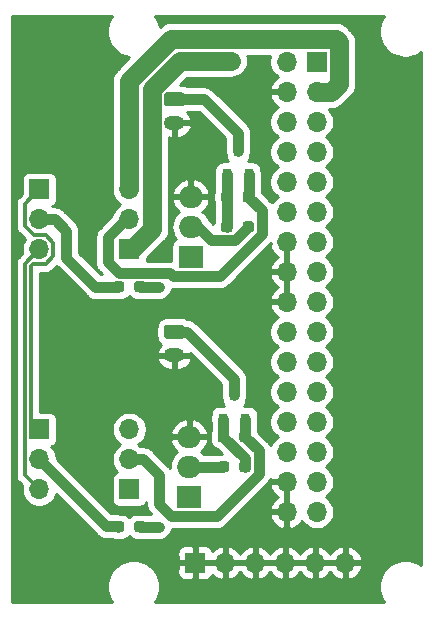
<source format=gbr>
G04 #@! TF.GenerationSoftware,KiCad,Pcbnew,(5.1.9)-1*
G04 #@! TF.CreationDate,2022-07-29T13:53:29-06:00*
G04 #@! TF.ProjectId,ABSIS_ALE_Relay_Module,41425349-535f-4414-9c45-5f52656c6179,1*
G04 #@! TF.SameCoordinates,Original*
G04 #@! TF.FileFunction,Copper,L1,Top*
G04 #@! TF.FilePolarity,Positive*
%FSLAX46Y46*%
G04 Gerber Fmt 4.6, Leading zero omitted, Abs format (unit mm)*
G04 Created by KiCad (PCBNEW (5.1.9)-1) date 2022-07-29 13:53:29*
%MOMM*%
%LPD*%
G01*
G04 APERTURE LIST*
G04 #@! TA.AperFunction,ComponentPad*
%ADD10O,1.700000X1.700000*%
G04 #@! TD*
G04 #@! TA.AperFunction,ComponentPad*
%ADD11R,1.700000X1.700000*%
G04 #@! TD*
G04 #@! TA.AperFunction,ComponentPad*
%ADD12O,2.000000X1.905000*%
G04 #@! TD*
G04 #@! TA.AperFunction,ComponentPad*
%ADD13R,2.000000X1.905000*%
G04 #@! TD*
G04 #@! TA.AperFunction,SMDPad,CuDef*
%ADD14R,0.800000X0.900000*%
G04 #@! TD*
G04 #@! TA.AperFunction,ComponentPad*
%ADD15O,1.750000X1.200000*%
G04 #@! TD*
G04 #@! TA.AperFunction,ViaPad*
%ADD16C,1.500000*%
G04 #@! TD*
G04 #@! TA.AperFunction,ViaPad*
%ADD17C,0.600000*%
G04 #@! TD*
G04 #@! TA.AperFunction,Conductor*
%ADD18C,1.625600*%
G04 #@! TD*
G04 #@! TA.AperFunction,Conductor*
%ADD19C,0.914400*%
G04 #@! TD*
G04 #@! TA.AperFunction,Conductor*
%ADD20C,0.304800*%
G04 #@! TD*
G04 #@! TA.AperFunction,Conductor*
%ADD21C,0.254000*%
G04 #@! TD*
G04 #@! TA.AperFunction,Conductor*
%ADD22C,0.100000*%
G04 #@! TD*
G04 APERTURE END LIST*
D10*
X124815000Y-104605000D03*
X124815000Y-102065000D03*
D11*
X124815000Y-99525000D03*
D10*
X124815000Y-84285000D03*
X124815000Y-81745000D03*
D11*
X124815000Y-79205000D03*
G04 #@! TA.AperFunction,SMDPad,CuDef*
G36*
G01*
X132860000Y-108017500D02*
X132860000Y-107542500D01*
G75*
G02*
X133097500Y-107305000I237500J0D01*
G01*
X133597500Y-107305000D01*
G75*
G02*
X133835000Y-107542500I0J-237500D01*
G01*
X133835000Y-108017500D01*
G75*
G02*
X133597500Y-108255000I-237500J0D01*
G01*
X133097500Y-108255000D01*
G75*
G02*
X132860000Y-108017500I0J237500D01*
G01*
G37*
G04 #@! TD.AperFunction*
G04 #@! TA.AperFunction,SMDPad,CuDef*
G36*
G01*
X131035000Y-108017500D02*
X131035000Y-107542500D01*
G75*
G02*
X131272500Y-107305000I237500J0D01*
G01*
X131772500Y-107305000D01*
G75*
G02*
X132010000Y-107542500I0J-237500D01*
G01*
X132010000Y-108017500D01*
G75*
G02*
X131772500Y-108255000I-237500J0D01*
G01*
X131272500Y-108255000D01*
G75*
G02*
X131035000Y-108017500I0J237500D01*
G01*
G37*
G04 #@! TD.AperFunction*
G04 #@! TA.AperFunction,SMDPad,CuDef*
G36*
G01*
X140900000Y-102462500D02*
X140900000Y-102937500D01*
G75*
G02*
X140662500Y-103175000I-237500J0D01*
G01*
X140162500Y-103175000D01*
G75*
G02*
X139925000Y-102937500I0J237500D01*
G01*
X139925000Y-102462500D01*
G75*
G02*
X140162500Y-102225000I237500J0D01*
G01*
X140662500Y-102225000D01*
G75*
G02*
X140900000Y-102462500I0J-237500D01*
G01*
G37*
G04 #@! TD.AperFunction*
G04 #@! TA.AperFunction,SMDPad,CuDef*
G36*
G01*
X142725000Y-102462500D02*
X142725000Y-102937500D01*
G75*
G02*
X142487500Y-103175000I-237500J0D01*
G01*
X141987500Y-103175000D01*
G75*
G02*
X141750000Y-102937500I0J237500D01*
G01*
X141750000Y-102462500D01*
G75*
G02*
X141987500Y-102225000I237500J0D01*
G01*
X142487500Y-102225000D01*
G75*
G02*
X142725000Y-102462500I0J-237500D01*
G01*
G37*
G04 #@! TD.AperFunction*
G04 #@! TA.AperFunction,SMDPad,CuDef*
G36*
G01*
X141750000Y-100397500D02*
X141750000Y-99922500D01*
G75*
G02*
X141987500Y-99685000I237500J0D01*
G01*
X142487500Y-99685000D01*
G75*
G02*
X142725000Y-99922500I0J-237500D01*
G01*
X142725000Y-100397500D01*
G75*
G02*
X142487500Y-100635000I-237500J0D01*
G01*
X141987500Y-100635000D01*
G75*
G02*
X141750000Y-100397500I0J237500D01*
G01*
G37*
G04 #@! TD.AperFunction*
G04 #@! TA.AperFunction,SMDPad,CuDef*
G36*
G01*
X139925000Y-100397500D02*
X139925000Y-99922500D01*
G75*
G02*
X140162500Y-99685000I237500J0D01*
G01*
X140662500Y-99685000D01*
G75*
G02*
X140900000Y-99922500I0J-237500D01*
G01*
X140900000Y-100397500D01*
G75*
G02*
X140662500Y-100635000I-237500J0D01*
G01*
X140162500Y-100635000D01*
G75*
G02*
X139925000Y-100397500I0J237500D01*
G01*
G37*
G04 #@! TD.AperFunction*
G04 #@! TA.AperFunction,SMDPad,CuDef*
G36*
G01*
X132860000Y-87697500D02*
X132860000Y-87222500D01*
G75*
G02*
X133097500Y-86985000I237500J0D01*
G01*
X133597500Y-86985000D01*
G75*
G02*
X133835000Y-87222500I0J-237500D01*
G01*
X133835000Y-87697500D01*
G75*
G02*
X133597500Y-87935000I-237500J0D01*
G01*
X133097500Y-87935000D01*
G75*
G02*
X132860000Y-87697500I0J237500D01*
G01*
G37*
G04 #@! TD.AperFunction*
G04 #@! TA.AperFunction,SMDPad,CuDef*
G36*
G01*
X131035000Y-87697500D02*
X131035000Y-87222500D01*
G75*
G02*
X131272500Y-86985000I237500J0D01*
G01*
X131772500Y-86985000D01*
G75*
G02*
X132010000Y-87222500I0J-237500D01*
G01*
X132010000Y-87697500D01*
G75*
G02*
X131772500Y-87935000I-237500J0D01*
G01*
X131272500Y-87935000D01*
G75*
G02*
X131035000Y-87697500I0J237500D01*
G01*
G37*
G04 #@! TD.AperFunction*
G04 #@! TA.AperFunction,SMDPad,CuDef*
G36*
G01*
X142027500Y-80077500D02*
X142027500Y-79602500D01*
G75*
G02*
X142265000Y-79365000I237500J0D01*
G01*
X142765000Y-79365000D01*
G75*
G02*
X143002500Y-79602500I0J-237500D01*
G01*
X143002500Y-80077500D01*
G75*
G02*
X142765000Y-80315000I-237500J0D01*
G01*
X142265000Y-80315000D01*
G75*
G02*
X142027500Y-80077500I0J237500D01*
G01*
G37*
G04 #@! TD.AperFunction*
G04 #@! TA.AperFunction,SMDPad,CuDef*
G36*
G01*
X140202500Y-80077500D02*
X140202500Y-79602500D01*
G75*
G02*
X140440000Y-79365000I237500J0D01*
G01*
X140940000Y-79365000D01*
G75*
G02*
X141177500Y-79602500I0J-237500D01*
G01*
X141177500Y-80077500D01*
G75*
G02*
X140940000Y-80315000I-237500J0D01*
G01*
X140440000Y-80315000D01*
G75*
G02*
X140202500Y-80077500I0J237500D01*
G01*
G37*
G04 #@! TD.AperFunction*
G04 #@! TA.AperFunction,SMDPad,CuDef*
G36*
G01*
X142027500Y-82617500D02*
X142027500Y-82142500D01*
G75*
G02*
X142265000Y-81905000I237500J0D01*
G01*
X142765000Y-81905000D01*
G75*
G02*
X143002500Y-82142500I0J-237500D01*
G01*
X143002500Y-82617500D01*
G75*
G02*
X142765000Y-82855000I-237500J0D01*
G01*
X142265000Y-82855000D01*
G75*
G02*
X142027500Y-82617500I0J237500D01*
G01*
G37*
G04 #@! TD.AperFunction*
G04 #@! TA.AperFunction,SMDPad,CuDef*
G36*
G01*
X140202500Y-82617500D02*
X140202500Y-82142500D01*
G75*
G02*
X140440000Y-81905000I237500J0D01*
G01*
X140940000Y-81905000D01*
G75*
G02*
X141177500Y-82142500I0J-237500D01*
G01*
X141177500Y-82617500D01*
G75*
G02*
X140940000Y-82855000I-237500J0D01*
G01*
X140440000Y-82855000D01*
G75*
G02*
X140202500Y-82617500I0J237500D01*
G01*
G37*
G04 #@! TD.AperFunction*
D12*
X137515000Y-100160000D03*
X137515000Y-102700000D03*
D13*
X137515000Y-105240000D03*
D14*
X141325000Y-96620000D03*
X142275000Y-98620000D03*
X140375000Y-98620000D03*
X141640000Y-75935000D03*
X142590000Y-77935000D03*
X140690000Y-77935000D03*
D12*
X137642000Y-79840000D03*
X137642000Y-82380000D03*
D13*
X137642000Y-84920000D03*
D10*
X132435000Y-99525000D03*
X132435000Y-102065000D03*
D11*
X132435000Y-104605000D03*
D10*
X132435000Y-79205000D03*
X132435000Y-81745000D03*
D11*
X132435000Y-84285000D03*
D15*
X136245000Y-93270000D03*
G04 #@! TA.AperFunction,ComponentPad*
G36*
G01*
X135619999Y-90670000D02*
X136870001Y-90670000D01*
G75*
G02*
X137120000Y-90919999I0J-249999D01*
G01*
X137120000Y-91620001D01*
G75*
G02*
X136870001Y-91870000I-249999J0D01*
G01*
X135619999Y-91870000D01*
G75*
G02*
X135370000Y-91620001I0J249999D01*
G01*
X135370000Y-90919999D01*
G75*
G02*
X135619999Y-90670000I249999J0D01*
G01*
G37*
G04 #@! TD.AperFunction*
X136245000Y-73585000D03*
G04 #@! TA.AperFunction,ComponentPad*
G36*
G01*
X135619999Y-70985000D02*
X136870001Y-70985000D01*
G75*
G02*
X137120000Y-71234999I0J-249999D01*
G01*
X137120000Y-71935001D01*
G75*
G02*
X136870001Y-72185000I-249999J0D01*
G01*
X135619999Y-72185000D01*
G75*
G02*
X135370000Y-71935001I0J249999D01*
G01*
X135370000Y-71234999D01*
G75*
G02*
X135619999Y-70985000I249999J0D01*
G01*
G37*
G04 #@! TD.AperFunction*
D10*
X150710000Y-110810000D03*
X148170000Y-110810000D03*
X145630000Y-110810000D03*
X143090000Y-110810000D03*
X140550000Y-110810000D03*
D11*
X138010000Y-110810000D03*
D10*
X145770000Y-106510000D03*
X148310000Y-106510000D03*
X145770000Y-103970000D03*
X148310000Y-103970000D03*
X145770000Y-101430000D03*
X148310000Y-101430000D03*
X145770000Y-98890000D03*
X148310000Y-98890000D03*
X145770000Y-96350000D03*
X148310000Y-96350000D03*
X145770000Y-93810000D03*
X148310000Y-93810000D03*
X145770000Y-91270000D03*
X148310000Y-91270000D03*
X145770000Y-88730000D03*
X148310000Y-88730000D03*
X145770000Y-86190000D03*
X148310000Y-86190000D03*
X145770000Y-83650000D03*
X148310000Y-83650000D03*
X145770000Y-81110000D03*
X148310000Y-81110000D03*
X145770000Y-78570000D03*
X148310000Y-78570000D03*
X145770000Y-76030000D03*
X148310000Y-76030000D03*
X145770000Y-73490000D03*
X148310000Y-73490000D03*
X145770000Y-70950000D03*
X148310000Y-70950000D03*
X145770000Y-68410000D03*
D11*
X148310000Y-68410000D03*
D16*
X141045600Y-68308400D03*
X139318400Y-68308400D03*
X137540400Y-68308400D03*
D17*
X134975000Y-87486911D03*
X134975000Y-107780000D03*
D18*
X134357190Y-70711924D02*
X136760714Y-68308400D01*
X134357190Y-82579756D02*
X134357190Y-70711924D01*
X132651946Y-84285000D02*
X134357190Y-82579756D01*
X132435000Y-84285000D02*
X132651946Y-84285000D01*
X136760714Y-68308400D02*
X137540400Y-68308400D01*
X141045600Y-68308400D02*
X141045600Y-68308400D01*
X139318400Y-68308400D02*
X141045600Y-68308400D01*
X137540400Y-68308400D02*
X139318400Y-68308400D01*
X132435000Y-79205000D02*
X132435000Y-70052311D01*
X136004522Y-66482789D02*
X149905831Y-66482789D01*
X150172801Y-66749759D02*
X150172801Y-70289280D01*
X132435000Y-70052311D02*
X136004522Y-66482789D01*
X149905831Y-66482789D02*
X150172801Y-66749759D01*
X150172801Y-70289280D02*
X149512081Y-70950000D01*
X149512081Y-70950000D02*
X148310000Y-70950000D01*
D19*
X141640000Y-75935000D02*
X141640000Y-74440000D01*
X138785000Y-71585000D02*
X136245000Y-71585000D01*
X141640000Y-74440000D02*
X138785000Y-71585000D01*
X137339400Y-91270000D02*
X136245000Y-91270000D01*
X141325000Y-95255600D02*
X137339400Y-91270000D01*
X141325000Y-96620000D02*
X141325000Y-95255600D01*
X142590000Y-79765000D02*
X142515000Y-79840000D01*
X142590000Y-77935000D02*
X142590000Y-79765000D01*
X140118113Y-86529701D02*
X136116239Y-86529701D01*
X143659710Y-82988104D02*
X140118113Y-86529701D01*
X143659710Y-80984710D02*
X143659710Y-82988104D01*
X142515000Y-79840000D02*
X143659710Y-80984710D01*
X132435000Y-81745000D02*
X132181000Y-81745000D01*
X132181000Y-81745000D02*
X130657000Y-83269000D01*
X135914328Y-86327790D02*
X136116239Y-86529701D01*
X131594828Y-86327790D02*
X135914328Y-86327790D01*
X130657000Y-85389962D02*
X131594828Y-86327790D01*
X130657000Y-83269000D02*
X130657000Y-85389962D01*
X142237500Y-98657500D02*
X142275000Y-98620000D01*
X142237500Y-100160000D02*
X142237500Y-98657500D01*
X139840613Y-106849701D02*
X135989239Y-106849701D01*
X143382210Y-103308104D02*
X139840613Y-106849701D01*
X143382210Y-101304710D02*
X143382210Y-103308104D01*
X135989239Y-106849701D02*
X134975000Y-105835462D01*
X142237500Y-100160000D02*
X143382210Y-101304710D01*
X133637081Y-102065000D02*
X132435000Y-102065000D01*
X134975000Y-103402919D02*
X133637081Y-102065000D01*
X134975000Y-105835462D02*
X134975000Y-103402919D01*
X138237462Y-82380000D02*
X137642000Y-82380000D01*
X139369672Y-83512210D02*
X138237462Y-82380000D01*
X141382790Y-83512210D02*
X139369672Y-83512210D01*
X142515000Y-82380000D02*
X141382790Y-83512210D01*
X133347500Y-87460000D02*
X134948089Y-87460000D01*
X134948089Y-87460000D02*
X134975000Y-87486911D01*
X140690000Y-77935000D02*
X140690000Y-79840000D01*
X140690000Y-79840000D02*
X140690000Y-82380000D01*
X142237500Y-101985000D02*
X140412500Y-100160000D01*
X142237500Y-102700000D02*
X142237500Y-101985000D01*
X140412500Y-98657500D02*
X140375000Y-98620000D01*
X140412500Y-100160000D02*
X140412500Y-98657500D01*
X137515000Y-102700000D02*
X140412500Y-102700000D01*
X134975000Y-107780000D02*
X133347500Y-107780000D01*
X126135800Y-81745000D02*
X124815000Y-81745000D01*
X127117799Y-82726999D02*
X126135800Y-81745000D01*
X127117799Y-85008457D02*
X127117799Y-82726999D01*
X129569342Y-87460000D02*
X127117799Y-85008457D01*
X131522500Y-87460000D02*
X129569342Y-87460000D01*
X124815000Y-102065000D02*
X130479200Y-107729200D01*
X131471700Y-107729200D02*
X131522500Y-107780000D01*
X130479200Y-107729200D02*
X131471700Y-107729200D01*
D20*
X123612599Y-103402599D02*
X124815000Y-104605000D01*
X123612599Y-85487401D02*
X123612599Y-103402599D01*
X124815000Y-84285000D02*
X123612599Y-85487401D01*
X124117409Y-98827409D02*
X124815000Y-99525000D01*
X124117409Y-85696499D02*
X124117409Y-98827409D01*
X125392153Y-85487401D02*
X124326507Y-85487401D01*
X126017401Y-84862153D02*
X125392153Y-85487401D01*
X126017401Y-83707847D02*
X126017401Y-84862153D01*
X125392153Y-83082599D02*
X126017401Y-83707847D01*
X124373045Y-83082599D02*
X125392153Y-83082599D01*
X124326507Y-85487401D02*
X124117409Y-85696499D01*
X123612599Y-82322153D02*
X124373045Y-83082599D01*
X123612599Y-80407401D02*
X123612599Y-82322153D01*
X124815000Y-79205000D02*
X123612599Y-80407401D01*
D21*
X130829369Y-64751331D02*
X130660890Y-65158075D01*
X130575000Y-65589872D01*
X130575000Y-66030128D01*
X130660890Y-66461925D01*
X130829369Y-66868669D01*
X131073962Y-67234729D01*
X131385271Y-67546038D01*
X131751331Y-67790631D01*
X132158075Y-67959110D01*
X132427175Y-68012638D01*
X131461536Y-68978277D01*
X131406299Y-69023609D01*
X131360967Y-69078846D01*
X131360960Y-69078853D01*
X131225375Y-69244065D01*
X131090935Y-69495582D01*
X131008150Y-69768493D01*
X130980196Y-70052311D01*
X130987201Y-70123433D01*
X130987200Y-78871724D01*
X130950000Y-79058740D01*
X130950000Y-79351260D01*
X131007068Y-79638158D01*
X131119010Y-79908411D01*
X131281525Y-80151632D01*
X131488368Y-80358475D01*
X131662760Y-80475000D01*
X131488368Y-80591525D01*
X131281525Y-80798368D01*
X131119010Y-81041589D01*
X131007068Y-81311842D01*
X130991552Y-81389844D01*
X129922637Y-82458760D01*
X129880962Y-82492962D01*
X129744475Y-82659271D01*
X129657818Y-82821396D01*
X129643057Y-82849012D01*
X129582094Y-83049981D01*
X129580604Y-83054892D01*
X129564800Y-83215352D01*
X129564800Y-83215359D01*
X129559517Y-83269000D01*
X129564800Y-83322642D01*
X129564801Y-85336311D01*
X129559517Y-85389962D01*
X129580604Y-85604071D01*
X129643057Y-85809950D01*
X129664922Y-85850856D01*
X129744476Y-85999691D01*
X129808510Y-86077716D01*
X129840487Y-86116680D01*
X129880963Y-86166000D01*
X129922632Y-86200197D01*
X130090235Y-86367800D01*
X130021746Y-86367800D01*
X128209999Y-84556054D01*
X128209999Y-82780637D01*
X128215282Y-82726998D01*
X128209999Y-82673359D01*
X128209999Y-82673350D01*
X128194195Y-82512890D01*
X128131742Y-82307010D01*
X128030324Y-82117270D01*
X127980559Y-82056632D01*
X127928036Y-81992632D01*
X127928034Y-81992630D01*
X127893837Y-81950961D01*
X127852167Y-81916763D01*
X126946040Y-81010636D01*
X126911838Y-80968962D01*
X126745529Y-80832475D01*
X126555789Y-80731057D01*
X126349909Y-80668604D01*
X126189449Y-80652800D01*
X126189441Y-80652800D01*
X126135800Y-80647517D01*
X126082159Y-80652800D01*
X125881825Y-80652800D01*
X125909180Y-80644502D01*
X126019494Y-80585537D01*
X126116185Y-80506185D01*
X126195537Y-80409494D01*
X126254502Y-80299180D01*
X126290812Y-80179482D01*
X126303072Y-80055000D01*
X126303072Y-78355000D01*
X126290812Y-78230518D01*
X126254502Y-78110820D01*
X126195537Y-78000506D01*
X126116185Y-77903815D01*
X126019494Y-77824463D01*
X125909180Y-77765498D01*
X125789482Y-77729188D01*
X125665000Y-77716928D01*
X123965000Y-77716928D01*
X123840518Y-77729188D01*
X123720820Y-77765498D01*
X123610506Y-77824463D01*
X123513815Y-77903815D01*
X123434463Y-78000506D01*
X123375498Y-78110820D01*
X123339188Y-78230518D01*
X123326928Y-78355000D01*
X123326928Y-79579522D01*
X123083177Y-79823273D01*
X123053130Y-79847932D01*
X122954733Y-79967830D01*
X122881617Y-80104619D01*
X122836593Y-80253045D01*
X122825199Y-80368729D01*
X122825199Y-80368738D01*
X122821391Y-80407401D01*
X122825199Y-80446064D01*
X122825200Y-82283480D01*
X122821391Y-82322153D01*
X122836594Y-82476510D01*
X122881617Y-82624935D01*
X122899971Y-82659272D01*
X122954734Y-82761725D01*
X123053131Y-82881622D01*
X123083172Y-82906276D01*
X123602941Y-83426045D01*
X123499010Y-83581589D01*
X123387068Y-83851842D01*
X123330000Y-84138740D01*
X123330000Y-84431260D01*
X123367362Y-84619088D01*
X123083177Y-84903273D01*
X123053130Y-84927932D01*
X122954733Y-85047830D01*
X122881617Y-85184619D01*
X122836593Y-85333045D01*
X122825199Y-85448729D01*
X122825199Y-85448738D01*
X122821391Y-85487401D01*
X122825199Y-85526064D01*
X122825200Y-103363926D01*
X122821391Y-103402599D01*
X122836594Y-103556956D01*
X122881617Y-103705381D01*
X122930187Y-103796248D01*
X122954734Y-103842171D01*
X123053131Y-103962068D01*
X123083172Y-103986722D01*
X123367362Y-104270912D01*
X123330000Y-104458740D01*
X123330000Y-104751260D01*
X123387068Y-105038158D01*
X123499010Y-105308411D01*
X123661525Y-105551632D01*
X123868368Y-105758475D01*
X124111589Y-105920990D01*
X124381842Y-106032932D01*
X124668740Y-106090000D01*
X124961260Y-106090000D01*
X125248158Y-106032932D01*
X125518411Y-105920990D01*
X125761632Y-105758475D01*
X125968475Y-105551632D01*
X126130990Y-105308411D01*
X126242932Y-105038158D01*
X126243035Y-105037639D01*
X129668962Y-108463566D01*
X129703162Y-108505238D01*
X129744831Y-108539435D01*
X129744833Y-108539437D01*
X129806733Y-108590237D01*
X129869471Y-108641725D01*
X130059211Y-108743143D01*
X130265091Y-108805596D01*
X130425551Y-108821400D01*
X130425560Y-108821400D01*
X130479199Y-108826683D01*
X130532838Y-108821400D01*
X130928036Y-108821400D01*
X130937433Y-108826423D01*
X131101684Y-108876248D01*
X131272500Y-108893072D01*
X131772500Y-108893072D01*
X131943316Y-108876248D01*
X132107567Y-108826423D01*
X132258942Y-108745512D01*
X132391623Y-108636623D01*
X132435000Y-108583768D01*
X132478377Y-108636623D01*
X132611058Y-108745512D01*
X132762433Y-108826423D01*
X132926684Y-108876248D01*
X133097500Y-108893072D01*
X133597500Y-108893072D01*
X133768316Y-108876248D01*
X133781660Y-108872200D01*
X135028649Y-108872200D01*
X135189109Y-108856396D01*
X135394989Y-108793943D01*
X135584729Y-108692525D01*
X135751038Y-108556038D01*
X135887525Y-108389729D01*
X135988943Y-108199989D01*
X136051396Y-107994109D01*
X136056538Y-107941901D01*
X139786972Y-107941901D01*
X139840613Y-107947184D01*
X139894254Y-107941901D01*
X139894262Y-107941901D01*
X140054722Y-107926097D01*
X140260602Y-107863644D01*
X140450342Y-107762226D01*
X140616651Y-107625739D01*
X140650853Y-107584064D01*
X141368027Y-106866890D01*
X144328524Y-106866890D01*
X144373175Y-107014099D01*
X144498359Y-107276920D01*
X144672412Y-107510269D01*
X144888645Y-107705178D01*
X145138748Y-107854157D01*
X145413109Y-107951481D01*
X145643000Y-107830814D01*
X145643000Y-106637000D01*
X144449845Y-106637000D01*
X144328524Y-106866890D01*
X141368027Y-106866890D01*
X143908027Y-104326890D01*
X144328524Y-104326890D01*
X144373175Y-104474099D01*
X144498359Y-104736920D01*
X144672412Y-104970269D01*
X144888645Y-105165178D01*
X145014255Y-105240000D01*
X144888645Y-105314822D01*
X144672412Y-105509731D01*
X144498359Y-105743080D01*
X144373175Y-106005901D01*
X144328524Y-106153110D01*
X144449845Y-106383000D01*
X145643000Y-106383000D01*
X145643000Y-104097000D01*
X144449845Y-104097000D01*
X144328524Y-104326890D01*
X143908027Y-104326890D01*
X144116579Y-104118339D01*
X144158248Y-104084142D01*
X144294735Y-103917833D01*
X144392657Y-103734634D01*
X144449845Y-103843000D01*
X145643000Y-103843000D01*
X145643000Y-103823000D01*
X145897000Y-103823000D01*
X145897000Y-103843000D01*
X145917000Y-103843000D01*
X145917000Y-104097000D01*
X145897000Y-104097000D01*
X145897000Y-106383000D01*
X145917000Y-106383000D01*
X145917000Y-106637000D01*
X145897000Y-106637000D01*
X145897000Y-107830814D01*
X146126891Y-107951481D01*
X146401252Y-107854157D01*
X146651355Y-107705178D01*
X146867588Y-107510269D01*
X147038900Y-107280594D01*
X147156525Y-107456632D01*
X147363368Y-107663475D01*
X147606589Y-107825990D01*
X147876842Y-107937932D01*
X148163740Y-107995000D01*
X148456260Y-107995000D01*
X148743158Y-107937932D01*
X149013411Y-107825990D01*
X149256632Y-107663475D01*
X149463475Y-107456632D01*
X149625990Y-107213411D01*
X149737932Y-106943158D01*
X149795000Y-106656260D01*
X149795000Y-106363740D01*
X149737932Y-106076842D01*
X149625990Y-105806589D01*
X149463475Y-105563368D01*
X149256632Y-105356525D01*
X149082240Y-105240000D01*
X149256632Y-105123475D01*
X149463475Y-104916632D01*
X149625990Y-104673411D01*
X149737932Y-104403158D01*
X149795000Y-104116260D01*
X149795000Y-103823740D01*
X149737932Y-103536842D01*
X149625990Y-103266589D01*
X149463475Y-103023368D01*
X149256632Y-102816525D01*
X149082240Y-102700000D01*
X149256632Y-102583475D01*
X149463475Y-102376632D01*
X149625990Y-102133411D01*
X149737932Y-101863158D01*
X149795000Y-101576260D01*
X149795000Y-101283740D01*
X149737932Y-100996842D01*
X149625990Y-100726589D01*
X149463475Y-100483368D01*
X149256632Y-100276525D01*
X149082240Y-100160000D01*
X149256632Y-100043475D01*
X149463475Y-99836632D01*
X149625990Y-99593411D01*
X149737932Y-99323158D01*
X149795000Y-99036260D01*
X149795000Y-98743740D01*
X149737932Y-98456842D01*
X149625990Y-98186589D01*
X149463475Y-97943368D01*
X149256632Y-97736525D01*
X149082240Y-97620000D01*
X149256632Y-97503475D01*
X149463475Y-97296632D01*
X149625990Y-97053411D01*
X149737932Y-96783158D01*
X149795000Y-96496260D01*
X149795000Y-96203740D01*
X149737932Y-95916842D01*
X149625990Y-95646589D01*
X149463475Y-95403368D01*
X149256632Y-95196525D01*
X149082240Y-95080000D01*
X149256632Y-94963475D01*
X149463475Y-94756632D01*
X149625990Y-94513411D01*
X149737932Y-94243158D01*
X149795000Y-93956260D01*
X149795000Y-93663740D01*
X149737932Y-93376842D01*
X149625990Y-93106589D01*
X149463475Y-92863368D01*
X149256632Y-92656525D01*
X149082240Y-92540000D01*
X149256632Y-92423475D01*
X149463475Y-92216632D01*
X149625990Y-91973411D01*
X149737932Y-91703158D01*
X149795000Y-91416260D01*
X149795000Y-91123740D01*
X149737932Y-90836842D01*
X149625990Y-90566589D01*
X149463475Y-90323368D01*
X149256632Y-90116525D01*
X149082240Y-90000000D01*
X149256632Y-89883475D01*
X149463475Y-89676632D01*
X149625990Y-89433411D01*
X149737932Y-89163158D01*
X149795000Y-88876260D01*
X149795000Y-88583740D01*
X149737932Y-88296842D01*
X149625990Y-88026589D01*
X149463475Y-87783368D01*
X149256632Y-87576525D01*
X149082240Y-87460000D01*
X149256632Y-87343475D01*
X149463475Y-87136632D01*
X149625990Y-86893411D01*
X149737932Y-86623158D01*
X149795000Y-86336260D01*
X149795000Y-86043740D01*
X149737932Y-85756842D01*
X149625990Y-85486589D01*
X149463475Y-85243368D01*
X149256632Y-85036525D01*
X149082240Y-84920000D01*
X149256632Y-84803475D01*
X149463475Y-84596632D01*
X149625990Y-84353411D01*
X149737932Y-84083158D01*
X149795000Y-83796260D01*
X149795000Y-83503740D01*
X149737932Y-83216842D01*
X149625990Y-82946589D01*
X149463475Y-82703368D01*
X149256632Y-82496525D01*
X149082240Y-82380000D01*
X149256632Y-82263475D01*
X149463475Y-82056632D01*
X149625990Y-81813411D01*
X149737932Y-81543158D01*
X149795000Y-81256260D01*
X149795000Y-80963740D01*
X149737932Y-80676842D01*
X149625990Y-80406589D01*
X149463475Y-80163368D01*
X149256632Y-79956525D01*
X149082240Y-79840000D01*
X149256632Y-79723475D01*
X149463475Y-79516632D01*
X149625990Y-79273411D01*
X149737932Y-79003158D01*
X149795000Y-78716260D01*
X149795000Y-78423740D01*
X149737932Y-78136842D01*
X149625990Y-77866589D01*
X149463475Y-77623368D01*
X149256632Y-77416525D01*
X149082240Y-77300000D01*
X149256632Y-77183475D01*
X149463475Y-76976632D01*
X149625990Y-76733411D01*
X149737932Y-76463158D01*
X149795000Y-76176260D01*
X149795000Y-75883740D01*
X149737932Y-75596842D01*
X149625990Y-75326589D01*
X149463475Y-75083368D01*
X149256632Y-74876525D01*
X149082240Y-74760000D01*
X149256632Y-74643475D01*
X149463475Y-74436632D01*
X149625990Y-74193411D01*
X149737932Y-73923158D01*
X149795000Y-73636260D01*
X149795000Y-73343740D01*
X149737932Y-73056842D01*
X149625990Y-72786589D01*
X149463475Y-72543368D01*
X149317907Y-72397800D01*
X149440969Y-72397800D01*
X149512081Y-72404804D01*
X149583193Y-72397800D01*
X149583203Y-72397800D01*
X149795899Y-72376851D01*
X150068811Y-72294065D01*
X150320327Y-72159626D01*
X150540783Y-71978702D01*
X150586120Y-71923459D01*
X151146256Y-71363322D01*
X151201503Y-71317982D01*
X151382427Y-71097526D01*
X151516866Y-70846010D01*
X151599652Y-70573098D01*
X151620601Y-70360402D01*
X151620601Y-70360393D01*
X151627605Y-70289281D01*
X151620601Y-70218169D01*
X151620601Y-66820873D01*
X151627605Y-66749759D01*
X151620601Y-66678645D01*
X151620601Y-66678637D01*
X151599652Y-66465941D01*
X151516866Y-66193029D01*
X151382427Y-65941513D01*
X151316637Y-65861348D01*
X151246841Y-65776301D01*
X151246835Y-65776295D01*
X151201502Y-65721057D01*
X151146265Y-65675725D01*
X150979869Y-65509329D01*
X150934533Y-65454087D01*
X150714077Y-65273163D01*
X150462561Y-65138724D01*
X150189649Y-65055938D01*
X149976953Y-65034989D01*
X149976943Y-65034989D01*
X149905831Y-65027985D01*
X149834719Y-65034989D01*
X136075633Y-65034989D01*
X136004521Y-65027985D01*
X135933409Y-65034989D01*
X135933400Y-65034989D01*
X135720704Y-65055938D01*
X135447792Y-65138724D01*
X135196276Y-65273163D01*
X135012073Y-65424335D01*
X134959110Y-65158075D01*
X134790631Y-64751331D01*
X134619356Y-64495000D01*
X154000644Y-64495000D01*
X153829369Y-64751331D01*
X153660890Y-65158075D01*
X153575000Y-65589872D01*
X153575000Y-66030128D01*
X153660890Y-66461925D01*
X153829369Y-66868669D01*
X154073962Y-67234729D01*
X154385271Y-67546038D01*
X154751331Y-67790631D01*
X155158075Y-67959110D01*
X155589872Y-68045000D01*
X156030128Y-68045000D01*
X156461925Y-67959110D01*
X156868669Y-67790631D01*
X157125001Y-67619356D01*
X157125000Y-111000644D01*
X156868669Y-110829369D01*
X156461925Y-110660890D01*
X156030128Y-110575000D01*
X155589872Y-110575000D01*
X155158075Y-110660890D01*
X154751331Y-110829369D01*
X154385271Y-111073962D01*
X154073962Y-111385271D01*
X153829369Y-111751331D01*
X153660890Y-112158075D01*
X153575000Y-112589872D01*
X153575000Y-113030128D01*
X153660890Y-113461925D01*
X153829369Y-113868669D01*
X154000644Y-114125000D01*
X134619356Y-114125000D01*
X134790631Y-113868669D01*
X134959110Y-113461925D01*
X135045000Y-113030128D01*
X135045000Y-112589872D01*
X134959110Y-112158075D01*
X134790631Y-111751331D01*
X134729606Y-111660000D01*
X136521928Y-111660000D01*
X136534188Y-111784482D01*
X136570498Y-111904180D01*
X136629463Y-112014494D01*
X136708815Y-112111185D01*
X136805506Y-112190537D01*
X136915820Y-112249502D01*
X137035518Y-112285812D01*
X137160000Y-112298072D01*
X137724250Y-112295000D01*
X137883000Y-112136250D01*
X137883000Y-110937000D01*
X138137000Y-110937000D01*
X138137000Y-112136250D01*
X138295750Y-112295000D01*
X138860000Y-112298072D01*
X138984482Y-112285812D01*
X139104180Y-112249502D01*
X139214494Y-112190537D01*
X139311185Y-112111185D01*
X139390537Y-112014494D01*
X139449502Y-111904180D01*
X139473966Y-111823534D01*
X139549731Y-111907588D01*
X139783080Y-112081641D01*
X140045901Y-112206825D01*
X140193110Y-112251476D01*
X140423000Y-112130155D01*
X140423000Y-110937000D01*
X140677000Y-110937000D01*
X140677000Y-112130155D01*
X140906890Y-112251476D01*
X141054099Y-112206825D01*
X141316920Y-112081641D01*
X141550269Y-111907588D01*
X141745178Y-111691355D01*
X141820000Y-111565745D01*
X141894822Y-111691355D01*
X142089731Y-111907588D01*
X142323080Y-112081641D01*
X142585901Y-112206825D01*
X142733110Y-112251476D01*
X142963000Y-112130155D01*
X142963000Y-110937000D01*
X143217000Y-110937000D01*
X143217000Y-112130155D01*
X143446890Y-112251476D01*
X143594099Y-112206825D01*
X143856920Y-112081641D01*
X144090269Y-111907588D01*
X144285178Y-111691355D01*
X144360000Y-111565745D01*
X144434822Y-111691355D01*
X144629731Y-111907588D01*
X144863080Y-112081641D01*
X145125901Y-112206825D01*
X145273110Y-112251476D01*
X145503000Y-112130155D01*
X145503000Y-110937000D01*
X145757000Y-110937000D01*
X145757000Y-112130155D01*
X145986890Y-112251476D01*
X146134099Y-112206825D01*
X146396920Y-112081641D01*
X146630269Y-111907588D01*
X146825178Y-111691355D01*
X146900000Y-111565745D01*
X146974822Y-111691355D01*
X147169731Y-111907588D01*
X147403080Y-112081641D01*
X147665901Y-112206825D01*
X147813110Y-112251476D01*
X148043000Y-112130155D01*
X148043000Y-110937000D01*
X148297000Y-110937000D01*
X148297000Y-112130155D01*
X148526890Y-112251476D01*
X148674099Y-112206825D01*
X148936920Y-112081641D01*
X149170269Y-111907588D01*
X149365178Y-111691355D01*
X149440000Y-111565745D01*
X149514822Y-111691355D01*
X149709731Y-111907588D01*
X149943080Y-112081641D01*
X150205901Y-112206825D01*
X150353110Y-112251476D01*
X150583000Y-112130155D01*
X150583000Y-110937000D01*
X150837000Y-110937000D01*
X150837000Y-112130155D01*
X151066890Y-112251476D01*
X151214099Y-112206825D01*
X151476920Y-112081641D01*
X151710269Y-111907588D01*
X151905178Y-111691355D01*
X152054157Y-111441252D01*
X152151481Y-111166891D01*
X152030814Y-110937000D01*
X150837000Y-110937000D01*
X150583000Y-110937000D01*
X148297000Y-110937000D01*
X148043000Y-110937000D01*
X145757000Y-110937000D01*
X145503000Y-110937000D01*
X143217000Y-110937000D01*
X142963000Y-110937000D01*
X140677000Y-110937000D01*
X140423000Y-110937000D01*
X138137000Y-110937000D01*
X137883000Y-110937000D01*
X136683750Y-110937000D01*
X136525000Y-111095750D01*
X136521928Y-111660000D01*
X134729606Y-111660000D01*
X134546038Y-111385271D01*
X134234729Y-111073962D01*
X133868669Y-110829369D01*
X133461925Y-110660890D01*
X133030128Y-110575000D01*
X132589872Y-110575000D01*
X132158075Y-110660890D01*
X131751331Y-110829369D01*
X131385271Y-111073962D01*
X131073962Y-111385271D01*
X130829369Y-111751331D01*
X130660890Y-112158075D01*
X130575000Y-112589872D01*
X130575000Y-113030128D01*
X130660890Y-113461925D01*
X130829369Y-113868669D01*
X131000644Y-114125000D01*
X122495000Y-114125000D01*
X122495000Y-109960000D01*
X136521928Y-109960000D01*
X136525000Y-110524250D01*
X136683750Y-110683000D01*
X137883000Y-110683000D01*
X137883000Y-109483750D01*
X138137000Y-109483750D01*
X138137000Y-110683000D01*
X140423000Y-110683000D01*
X140423000Y-109489845D01*
X140677000Y-109489845D01*
X140677000Y-110683000D01*
X142963000Y-110683000D01*
X142963000Y-109489845D01*
X143217000Y-109489845D01*
X143217000Y-110683000D01*
X145503000Y-110683000D01*
X145503000Y-109489845D01*
X145757000Y-109489845D01*
X145757000Y-110683000D01*
X148043000Y-110683000D01*
X148043000Y-109489845D01*
X148297000Y-109489845D01*
X148297000Y-110683000D01*
X150583000Y-110683000D01*
X150583000Y-109489845D01*
X150837000Y-109489845D01*
X150837000Y-110683000D01*
X152030814Y-110683000D01*
X152151481Y-110453109D01*
X152054157Y-110178748D01*
X151905178Y-109928645D01*
X151710269Y-109712412D01*
X151476920Y-109538359D01*
X151214099Y-109413175D01*
X151066890Y-109368524D01*
X150837000Y-109489845D01*
X150583000Y-109489845D01*
X150353110Y-109368524D01*
X150205901Y-109413175D01*
X149943080Y-109538359D01*
X149709731Y-109712412D01*
X149514822Y-109928645D01*
X149440000Y-110054255D01*
X149365178Y-109928645D01*
X149170269Y-109712412D01*
X148936920Y-109538359D01*
X148674099Y-109413175D01*
X148526890Y-109368524D01*
X148297000Y-109489845D01*
X148043000Y-109489845D01*
X147813110Y-109368524D01*
X147665901Y-109413175D01*
X147403080Y-109538359D01*
X147169731Y-109712412D01*
X146974822Y-109928645D01*
X146900000Y-110054255D01*
X146825178Y-109928645D01*
X146630269Y-109712412D01*
X146396920Y-109538359D01*
X146134099Y-109413175D01*
X145986890Y-109368524D01*
X145757000Y-109489845D01*
X145503000Y-109489845D01*
X145273110Y-109368524D01*
X145125901Y-109413175D01*
X144863080Y-109538359D01*
X144629731Y-109712412D01*
X144434822Y-109928645D01*
X144360000Y-110054255D01*
X144285178Y-109928645D01*
X144090269Y-109712412D01*
X143856920Y-109538359D01*
X143594099Y-109413175D01*
X143446890Y-109368524D01*
X143217000Y-109489845D01*
X142963000Y-109489845D01*
X142733110Y-109368524D01*
X142585901Y-109413175D01*
X142323080Y-109538359D01*
X142089731Y-109712412D01*
X141894822Y-109928645D01*
X141820000Y-110054255D01*
X141745178Y-109928645D01*
X141550269Y-109712412D01*
X141316920Y-109538359D01*
X141054099Y-109413175D01*
X140906890Y-109368524D01*
X140677000Y-109489845D01*
X140423000Y-109489845D01*
X140193110Y-109368524D01*
X140045901Y-109413175D01*
X139783080Y-109538359D01*
X139549731Y-109712412D01*
X139473966Y-109796466D01*
X139449502Y-109715820D01*
X139390537Y-109605506D01*
X139311185Y-109508815D01*
X139214494Y-109429463D01*
X139104180Y-109370498D01*
X138984482Y-109334188D01*
X138860000Y-109321928D01*
X138295750Y-109325000D01*
X138137000Y-109483750D01*
X137883000Y-109483750D01*
X137724250Y-109325000D01*
X137160000Y-109321928D01*
X137035518Y-109334188D01*
X136915820Y-109370498D01*
X136805506Y-109429463D01*
X136708815Y-109508815D01*
X136629463Y-109605506D01*
X136570498Y-109715820D01*
X136534188Y-109835518D01*
X136521928Y-109960000D01*
X122495000Y-109960000D01*
X122495000Y-64495000D01*
X131000644Y-64495000D01*
X130829369Y-64751331D01*
G04 #@! TA.AperFunction,Conductor*
D22*
G36*
X130829369Y-64751331D02*
G01*
X130660890Y-65158075D01*
X130575000Y-65589872D01*
X130575000Y-66030128D01*
X130660890Y-66461925D01*
X130829369Y-66868669D01*
X131073962Y-67234729D01*
X131385271Y-67546038D01*
X131751331Y-67790631D01*
X132158075Y-67959110D01*
X132427175Y-68012638D01*
X131461536Y-68978277D01*
X131406299Y-69023609D01*
X131360967Y-69078846D01*
X131360960Y-69078853D01*
X131225375Y-69244065D01*
X131090935Y-69495582D01*
X131008150Y-69768493D01*
X130980196Y-70052311D01*
X130987201Y-70123433D01*
X130987200Y-78871724D01*
X130950000Y-79058740D01*
X130950000Y-79351260D01*
X131007068Y-79638158D01*
X131119010Y-79908411D01*
X131281525Y-80151632D01*
X131488368Y-80358475D01*
X131662760Y-80475000D01*
X131488368Y-80591525D01*
X131281525Y-80798368D01*
X131119010Y-81041589D01*
X131007068Y-81311842D01*
X130991552Y-81389844D01*
X129922637Y-82458760D01*
X129880962Y-82492962D01*
X129744475Y-82659271D01*
X129657818Y-82821396D01*
X129643057Y-82849012D01*
X129582094Y-83049981D01*
X129580604Y-83054892D01*
X129564800Y-83215352D01*
X129564800Y-83215359D01*
X129559517Y-83269000D01*
X129564800Y-83322642D01*
X129564801Y-85336311D01*
X129559517Y-85389962D01*
X129580604Y-85604071D01*
X129643057Y-85809950D01*
X129664922Y-85850856D01*
X129744476Y-85999691D01*
X129808510Y-86077716D01*
X129840487Y-86116680D01*
X129880963Y-86166000D01*
X129922632Y-86200197D01*
X130090235Y-86367800D01*
X130021746Y-86367800D01*
X128209999Y-84556054D01*
X128209999Y-82780637D01*
X128215282Y-82726998D01*
X128209999Y-82673359D01*
X128209999Y-82673350D01*
X128194195Y-82512890D01*
X128131742Y-82307010D01*
X128030324Y-82117270D01*
X127980559Y-82056632D01*
X127928036Y-81992632D01*
X127928034Y-81992630D01*
X127893837Y-81950961D01*
X127852167Y-81916763D01*
X126946040Y-81010636D01*
X126911838Y-80968962D01*
X126745529Y-80832475D01*
X126555789Y-80731057D01*
X126349909Y-80668604D01*
X126189449Y-80652800D01*
X126189441Y-80652800D01*
X126135800Y-80647517D01*
X126082159Y-80652800D01*
X125881825Y-80652800D01*
X125909180Y-80644502D01*
X126019494Y-80585537D01*
X126116185Y-80506185D01*
X126195537Y-80409494D01*
X126254502Y-80299180D01*
X126290812Y-80179482D01*
X126303072Y-80055000D01*
X126303072Y-78355000D01*
X126290812Y-78230518D01*
X126254502Y-78110820D01*
X126195537Y-78000506D01*
X126116185Y-77903815D01*
X126019494Y-77824463D01*
X125909180Y-77765498D01*
X125789482Y-77729188D01*
X125665000Y-77716928D01*
X123965000Y-77716928D01*
X123840518Y-77729188D01*
X123720820Y-77765498D01*
X123610506Y-77824463D01*
X123513815Y-77903815D01*
X123434463Y-78000506D01*
X123375498Y-78110820D01*
X123339188Y-78230518D01*
X123326928Y-78355000D01*
X123326928Y-79579522D01*
X123083177Y-79823273D01*
X123053130Y-79847932D01*
X122954733Y-79967830D01*
X122881617Y-80104619D01*
X122836593Y-80253045D01*
X122825199Y-80368729D01*
X122825199Y-80368738D01*
X122821391Y-80407401D01*
X122825199Y-80446064D01*
X122825200Y-82283480D01*
X122821391Y-82322153D01*
X122836594Y-82476510D01*
X122881617Y-82624935D01*
X122899971Y-82659272D01*
X122954734Y-82761725D01*
X123053131Y-82881622D01*
X123083172Y-82906276D01*
X123602941Y-83426045D01*
X123499010Y-83581589D01*
X123387068Y-83851842D01*
X123330000Y-84138740D01*
X123330000Y-84431260D01*
X123367362Y-84619088D01*
X123083177Y-84903273D01*
X123053130Y-84927932D01*
X122954733Y-85047830D01*
X122881617Y-85184619D01*
X122836593Y-85333045D01*
X122825199Y-85448729D01*
X122825199Y-85448738D01*
X122821391Y-85487401D01*
X122825199Y-85526064D01*
X122825200Y-103363926D01*
X122821391Y-103402599D01*
X122836594Y-103556956D01*
X122881617Y-103705381D01*
X122930187Y-103796248D01*
X122954734Y-103842171D01*
X123053131Y-103962068D01*
X123083172Y-103986722D01*
X123367362Y-104270912D01*
X123330000Y-104458740D01*
X123330000Y-104751260D01*
X123387068Y-105038158D01*
X123499010Y-105308411D01*
X123661525Y-105551632D01*
X123868368Y-105758475D01*
X124111589Y-105920990D01*
X124381842Y-106032932D01*
X124668740Y-106090000D01*
X124961260Y-106090000D01*
X125248158Y-106032932D01*
X125518411Y-105920990D01*
X125761632Y-105758475D01*
X125968475Y-105551632D01*
X126130990Y-105308411D01*
X126242932Y-105038158D01*
X126243035Y-105037639D01*
X129668962Y-108463566D01*
X129703162Y-108505238D01*
X129744831Y-108539435D01*
X129744833Y-108539437D01*
X129806733Y-108590237D01*
X129869471Y-108641725D01*
X130059211Y-108743143D01*
X130265091Y-108805596D01*
X130425551Y-108821400D01*
X130425560Y-108821400D01*
X130479199Y-108826683D01*
X130532838Y-108821400D01*
X130928036Y-108821400D01*
X130937433Y-108826423D01*
X131101684Y-108876248D01*
X131272500Y-108893072D01*
X131772500Y-108893072D01*
X131943316Y-108876248D01*
X132107567Y-108826423D01*
X132258942Y-108745512D01*
X132391623Y-108636623D01*
X132435000Y-108583768D01*
X132478377Y-108636623D01*
X132611058Y-108745512D01*
X132762433Y-108826423D01*
X132926684Y-108876248D01*
X133097500Y-108893072D01*
X133597500Y-108893072D01*
X133768316Y-108876248D01*
X133781660Y-108872200D01*
X135028649Y-108872200D01*
X135189109Y-108856396D01*
X135394989Y-108793943D01*
X135584729Y-108692525D01*
X135751038Y-108556038D01*
X135887525Y-108389729D01*
X135988943Y-108199989D01*
X136051396Y-107994109D01*
X136056538Y-107941901D01*
X139786972Y-107941901D01*
X139840613Y-107947184D01*
X139894254Y-107941901D01*
X139894262Y-107941901D01*
X140054722Y-107926097D01*
X140260602Y-107863644D01*
X140450342Y-107762226D01*
X140616651Y-107625739D01*
X140650853Y-107584064D01*
X141368027Y-106866890D01*
X144328524Y-106866890D01*
X144373175Y-107014099D01*
X144498359Y-107276920D01*
X144672412Y-107510269D01*
X144888645Y-107705178D01*
X145138748Y-107854157D01*
X145413109Y-107951481D01*
X145643000Y-107830814D01*
X145643000Y-106637000D01*
X144449845Y-106637000D01*
X144328524Y-106866890D01*
X141368027Y-106866890D01*
X143908027Y-104326890D01*
X144328524Y-104326890D01*
X144373175Y-104474099D01*
X144498359Y-104736920D01*
X144672412Y-104970269D01*
X144888645Y-105165178D01*
X145014255Y-105240000D01*
X144888645Y-105314822D01*
X144672412Y-105509731D01*
X144498359Y-105743080D01*
X144373175Y-106005901D01*
X144328524Y-106153110D01*
X144449845Y-106383000D01*
X145643000Y-106383000D01*
X145643000Y-104097000D01*
X144449845Y-104097000D01*
X144328524Y-104326890D01*
X143908027Y-104326890D01*
X144116579Y-104118339D01*
X144158248Y-104084142D01*
X144294735Y-103917833D01*
X144392657Y-103734634D01*
X144449845Y-103843000D01*
X145643000Y-103843000D01*
X145643000Y-103823000D01*
X145897000Y-103823000D01*
X145897000Y-103843000D01*
X145917000Y-103843000D01*
X145917000Y-104097000D01*
X145897000Y-104097000D01*
X145897000Y-106383000D01*
X145917000Y-106383000D01*
X145917000Y-106637000D01*
X145897000Y-106637000D01*
X145897000Y-107830814D01*
X146126891Y-107951481D01*
X146401252Y-107854157D01*
X146651355Y-107705178D01*
X146867588Y-107510269D01*
X147038900Y-107280594D01*
X147156525Y-107456632D01*
X147363368Y-107663475D01*
X147606589Y-107825990D01*
X147876842Y-107937932D01*
X148163740Y-107995000D01*
X148456260Y-107995000D01*
X148743158Y-107937932D01*
X149013411Y-107825990D01*
X149256632Y-107663475D01*
X149463475Y-107456632D01*
X149625990Y-107213411D01*
X149737932Y-106943158D01*
X149795000Y-106656260D01*
X149795000Y-106363740D01*
X149737932Y-106076842D01*
X149625990Y-105806589D01*
X149463475Y-105563368D01*
X149256632Y-105356525D01*
X149082240Y-105240000D01*
X149256632Y-105123475D01*
X149463475Y-104916632D01*
X149625990Y-104673411D01*
X149737932Y-104403158D01*
X149795000Y-104116260D01*
X149795000Y-103823740D01*
X149737932Y-103536842D01*
X149625990Y-103266589D01*
X149463475Y-103023368D01*
X149256632Y-102816525D01*
X149082240Y-102700000D01*
X149256632Y-102583475D01*
X149463475Y-102376632D01*
X149625990Y-102133411D01*
X149737932Y-101863158D01*
X149795000Y-101576260D01*
X149795000Y-101283740D01*
X149737932Y-100996842D01*
X149625990Y-100726589D01*
X149463475Y-100483368D01*
X149256632Y-100276525D01*
X149082240Y-100160000D01*
X149256632Y-100043475D01*
X149463475Y-99836632D01*
X149625990Y-99593411D01*
X149737932Y-99323158D01*
X149795000Y-99036260D01*
X149795000Y-98743740D01*
X149737932Y-98456842D01*
X149625990Y-98186589D01*
X149463475Y-97943368D01*
X149256632Y-97736525D01*
X149082240Y-97620000D01*
X149256632Y-97503475D01*
X149463475Y-97296632D01*
X149625990Y-97053411D01*
X149737932Y-96783158D01*
X149795000Y-96496260D01*
X149795000Y-96203740D01*
X149737932Y-95916842D01*
X149625990Y-95646589D01*
X149463475Y-95403368D01*
X149256632Y-95196525D01*
X149082240Y-95080000D01*
X149256632Y-94963475D01*
X149463475Y-94756632D01*
X149625990Y-94513411D01*
X149737932Y-94243158D01*
X149795000Y-93956260D01*
X149795000Y-93663740D01*
X149737932Y-93376842D01*
X149625990Y-93106589D01*
X149463475Y-92863368D01*
X149256632Y-92656525D01*
X149082240Y-92540000D01*
X149256632Y-92423475D01*
X149463475Y-92216632D01*
X149625990Y-91973411D01*
X149737932Y-91703158D01*
X149795000Y-91416260D01*
X149795000Y-91123740D01*
X149737932Y-90836842D01*
X149625990Y-90566589D01*
X149463475Y-90323368D01*
X149256632Y-90116525D01*
X149082240Y-90000000D01*
X149256632Y-89883475D01*
X149463475Y-89676632D01*
X149625990Y-89433411D01*
X149737932Y-89163158D01*
X149795000Y-88876260D01*
X149795000Y-88583740D01*
X149737932Y-88296842D01*
X149625990Y-88026589D01*
X149463475Y-87783368D01*
X149256632Y-87576525D01*
X149082240Y-87460000D01*
X149256632Y-87343475D01*
X149463475Y-87136632D01*
X149625990Y-86893411D01*
X149737932Y-86623158D01*
X149795000Y-86336260D01*
X149795000Y-86043740D01*
X149737932Y-85756842D01*
X149625990Y-85486589D01*
X149463475Y-85243368D01*
X149256632Y-85036525D01*
X149082240Y-84920000D01*
X149256632Y-84803475D01*
X149463475Y-84596632D01*
X149625990Y-84353411D01*
X149737932Y-84083158D01*
X149795000Y-83796260D01*
X149795000Y-83503740D01*
X149737932Y-83216842D01*
X149625990Y-82946589D01*
X149463475Y-82703368D01*
X149256632Y-82496525D01*
X149082240Y-82380000D01*
X149256632Y-82263475D01*
X149463475Y-82056632D01*
X149625990Y-81813411D01*
X149737932Y-81543158D01*
X149795000Y-81256260D01*
X149795000Y-80963740D01*
X149737932Y-80676842D01*
X149625990Y-80406589D01*
X149463475Y-80163368D01*
X149256632Y-79956525D01*
X149082240Y-79840000D01*
X149256632Y-79723475D01*
X149463475Y-79516632D01*
X149625990Y-79273411D01*
X149737932Y-79003158D01*
X149795000Y-78716260D01*
X149795000Y-78423740D01*
X149737932Y-78136842D01*
X149625990Y-77866589D01*
X149463475Y-77623368D01*
X149256632Y-77416525D01*
X149082240Y-77300000D01*
X149256632Y-77183475D01*
X149463475Y-76976632D01*
X149625990Y-76733411D01*
X149737932Y-76463158D01*
X149795000Y-76176260D01*
X149795000Y-75883740D01*
X149737932Y-75596842D01*
X149625990Y-75326589D01*
X149463475Y-75083368D01*
X149256632Y-74876525D01*
X149082240Y-74760000D01*
X149256632Y-74643475D01*
X149463475Y-74436632D01*
X149625990Y-74193411D01*
X149737932Y-73923158D01*
X149795000Y-73636260D01*
X149795000Y-73343740D01*
X149737932Y-73056842D01*
X149625990Y-72786589D01*
X149463475Y-72543368D01*
X149317907Y-72397800D01*
X149440969Y-72397800D01*
X149512081Y-72404804D01*
X149583193Y-72397800D01*
X149583203Y-72397800D01*
X149795899Y-72376851D01*
X150068811Y-72294065D01*
X150320327Y-72159626D01*
X150540783Y-71978702D01*
X150586120Y-71923459D01*
X151146256Y-71363322D01*
X151201503Y-71317982D01*
X151382427Y-71097526D01*
X151516866Y-70846010D01*
X151599652Y-70573098D01*
X151620601Y-70360402D01*
X151620601Y-70360393D01*
X151627605Y-70289281D01*
X151620601Y-70218169D01*
X151620601Y-66820873D01*
X151627605Y-66749759D01*
X151620601Y-66678645D01*
X151620601Y-66678637D01*
X151599652Y-66465941D01*
X151516866Y-66193029D01*
X151382427Y-65941513D01*
X151316637Y-65861348D01*
X151246841Y-65776301D01*
X151246835Y-65776295D01*
X151201502Y-65721057D01*
X151146265Y-65675725D01*
X150979869Y-65509329D01*
X150934533Y-65454087D01*
X150714077Y-65273163D01*
X150462561Y-65138724D01*
X150189649Y-65055938D01*
X149976953Y-65034989D01*
X149976943Y-65034989D01*
X149905831Y-65027985D01*
X149834719Y-65034989D01*
X136075633Y-65034989D01*
X136004521Y-65027985D01*
X135933409Y-65034989D01*
X135933400Y-65034989D01*
X135720704Y-65055938D01*
X135447792Y-65138724D01*
X135196276Y-65273163D01*
X135012073Y-65424335D01*
X134959110Y-65158075D01*
X134790631Y-64751331D01*
X134619356Y-64495000D01*
X154000644Y-64495000D01*
X153829369Y-64751331D01*
X153660890Y-65158075D01*
X153575000Y-65589872D01*
X153575000Y-66030128D01*
X153660890Y-66461925D01*
X153829369Y-66868669D01*
X154073962Y-67234729D01*
X154385271Y-67546038D01*
X154751331Y-67790631D01*
X155158075Y-67959110D01*
X155589872Y-68045000D01*
X156030128Y-68045000D01*
X156461925Y-67959110D01*
X156868669Y-67790631D01*
X157125001Y-67619356D01*
X157125000Y-111000644D01*
X156868669Y-110829369D01*
X156461925Y-110660890D01*
X156030128Y-110575000D01*
X155589872Y-110575000D01*
X155158075Y-110660890D01*
X154751331Y-110829369D01*
X154385271Y-111073962D01*
X154073962Y-111385271D01*
X153829369Y-111751331D01*
X153660890Y-112158075D01*
X153575000Y-112589872D01*
X153575000Y-113030128D01*
X153660890Y-113461925D01*
X153829369Y-113868669D01*
X154000644Y-114125000D01*
X134619356Y-114125000D01*
X134790631Y-113868669D01*
X134959110Y-113461925D01*
X135045000Y-113030128D01*
X135045000Y-112589872D01*
X134959110Y-112158075D01*
X134790631Y-111751331D01*
X134729606Y-111660000D01*
X136521928Y-111660000D01*
X136534188Y-111784482D01*
X136570498Y-111904180D01*
X136629463Y-112014494D01*
X136708815Y-112111185D01*
X136805506Y-112190537D01*
X136915820Y-112249502D01*
X137035518Y-112285812D01*
X137160000Y-112298072D01*
X137724250Y-112295000D01*
X137883000Y-112136250D01*
X137883000Y-110937000D01*
X138137000Y-110937000D01*
X138137000Y-112136250D01*
X138295750Y-112295000D01*
X138860000Y-112298072D01*
X138984482Y-112285812D01*
X139104180Y-112249502D01*
X139214494Y-112190537D01*
X139311185Y-112111185D01*
X139390537Y-112014494D01*
X139449502Y-111904180D01*
X139473966Y-111823534D01*
X139549731Y-111907588D01*
X139783080Y-112081641D01*
X140045901Y-112206825D01*
X140193110Y-112251476D01*
X140423000Y-112130155D01*
X140423000Y-110937000D01*
X140677000Y-110937000D01*
X140677000Y-112130155D01*
X140906890Y-112251476D01*
X141054099Y-112206825D01*
X141316920Y-112081641D01*
X141550269Y-111907588D01*
X141745178Y-111691355D01*
X141820000Y-111565745D01*
X141894822Y-111691355D01*
X142089731Y-111907588D01*
X142323080Y-112081641D01*
X142585901Y-112206825D01*
X142733110Y-112251476D01*
X142963000Y-112130155D01*
X142963000Y-110937000D01*
X143217000Y-110937000D01*
X143217000Y-112130155D01*
X143446890Y-112251476D01*
X143594099Y-112206825D01*
X143856920Y-112081641D01*
X144090269Y-111907588D01*
X144285178Y-111691355D01*
X144360000Y-111565745D01*
X144434822Y-111691355D01*
X144629731Y-111907588D01*
X144863080Y-112081641D01*
X145125901Y-112206825D01*
X145273110Y-112251476D01*
X145503000Y-112130155D01*
X145503000Y-110937000D01*
X145757000Y-110937000D01*
X145757000Y-112130155D01*
X145986890Y-112251476D01*
X146134099Y-112206825D01*
X146396920Y-112081641D01*
X146630269Y-111907588D01*
X146825178Y-111691355D01*
X146900000Y-111565745D01*
X146974822Y-111691355D01*
X147169731Y-111907588D01*
X147403080Y-112081641D01*
X147665901Y-112206825D01*
X147813110Y-112251476D01*
X148043000Y-112130155D01*
X148043000Y-110937000D01*
X148297000Y-110937000D01*
X148297000Y-112130155D01*
X148526890Y-112251476D01*
X148674099Y-112206825D01*
X148936920Y-112081641D01*
X149170269Y-111907588D01*
X149365178Y-111691355D01*
X149440000Y-111565745D01*
X149514822Y-111691355D01*
X149709731Y-111907588D01*
X149943080Y-112081641D01*
X150205901Y-112206825D01*
X150353110Y-112251476D01*
X150583000Y-112130155D01*
X150583000Y-110937000D01*
X150837000Y-110937000D01*
X150837000Y-112130155D01*
X151066890Y-112251476D01*
X151214099Y-112206825D01*
X151476920Y-112081641D01*
X151710269Y-111907588D01*
X151905178Y-111691355D01*
X152054157Y-111441252D01*
X152151481Y-111166891D01*
X152030814Y-110937000D01*
X150837000Y-110937000D01*
X150583000Y-110937000D01*
X148297000Y-110937000D01*
X148043000Y-110937000D01*
X145757000Y-110937000D01*
X145503000Y-110937000D01*
X143217000Y-110937000D01*
X142963000Y-110937000D01*
X140677000Y-110937000D01*
X140423000Y-110937000D01*
X138137000Y-110937000D01*
X137883000Y-110937000D01*
X136683750Y-110937000D01*
X136525000Y-111095750D01*
X136521928Y-111660000D01*
X134729606Y-111660000D01*
X134546038Y-111385271D01*
X134234729Y-111073962D01*
X133868669Y-110829369D01*
X133461925Y-110660890D01*
X133030128Y-110575000D01*
X132589872Y-110575000D01*
X132158075Y-110660890D01*
X131751331Y-110829369D01*
X131385271Y-111073962D01*
X131073962Y-111385271D01*
X130829369Y-111751331D01*
X130660890Y-112158075D01*
X130575000Y-112589872D01*
X130575000Y-113030128D01*
X130660890Y-113461925D01*
X130829369Y-113868669D01*
X131000644Y-114125000D01*
X122495000Y-114125000D01*
X122495000Y-109960000D01*
X136521928Y-109960000D01*
X136525000Y-110524250D01*
X136683750Y-110683000D01*
X137883000Y-110683000D01*
X137883000Y-109483750D01*
X138137000Y-109483750D01*
X138137000Y-110683000D01*
X140423000Y-110683000D01*
X140423000Y-109489845D01*
X140677000Y-109489845D01*
X140677000Y-110683000D01*
X142963000Y-110683000D01*
X142963000Y-109489845D01*
X143217000Y-109489845D01*
X143217000Y-110683000D01*
X145503000Y-110683000D01*
X145503000Y-109489845D01*
X145757000Y-109489845D01*
X145757000Y-110683000D01*
X148043000Y-110683000D01*
X148043000Y-109489845D01*
X148297000Y-109489845D01*
X148297000Y-110683000D01*
X150583000Y-110683000D01*
X150583000Y-109489845D01*
X150837000Y-109489845D01*
X150837000Y-110683000D01*
X152030814Y-110683000D01*
X152151481Y-110453109D01*
X152054157Y-110178748D01*
X151905178Y-109928645D01*
X151710269Y-109712412D01*
X151476920Y-109538359D01*
X151214099Y-109413175D01*
X151066890Y-109368524D01*
X150837000Y-109489845D01*
X150583000Y-109489845D01*
X150353110Y-109368524D01*
X150205901Y-109413175D01*
X149943080Y-109538359D01*
X149709731Y-109712412D01*
X149514822Y-109928645D01*
X149440000Y-110054255D01*
X149365178Y-109928645D01*
X149170269Y-109712412D01*
X148936920Y-109538359D01*
X148674099Y-109413175D01*
X148526890Y-109368524D01*
X148297000Y-109489845D01*
X148043000Y-109489845D01*
X147813110Y-109368524D01*
X147665901Y-109413175D01*
X147403080Y-109538359D01*
X147169731Y-109712412D01*
X146974822Y-109928645D01*
X146900000Y-110054255D01*
X146825178Y-109928645D01*
X146630269Y-109712412D01*
X146396920Y-109538359D01*
X146134099Y-109413175D01*
X145986890Y-109368524D01*
X145757000Y-109489845D01*
X145503000Y-109489845D01*
X145273110Y-109368524D01*
X145125901Y-109413175D01*
X144863080Y-109538359D01*
X144629731Y-109712412D01*
X144434822Y-109928645D01*
X144360000Y-110054255D01*
X144285178Y-109928645D01*
X144090269Y-109712412D01*
X143856920Y-109538359D01*
X143594099Y-109413175D01*
X143446890Y-109368524D01*
X143217000Y-109489845D01*
X142963000Y-109489845D01*
X142733110Y-109368524D01*
X142585901Y-109413175D01*
X142323080Y-109538359D01*
X142089731Y-109712412D01*
X141894822Y-109928645D01*
X141820000Y-110054255D01*
X141745178Y-109928645D01*
X141550269Y-109712412D01*
X141316920Y-109538359D01*
X141054099Y-109413175D01*
X140906890Y-109368524D01*
X140677000Y-109489845D01*
X140423000Y-109489845D01*
X140193110Y-109368524D01*
X140045901Y-109413175D01*
X139783080Y-109538359D01*
X139549731Y-109712412D01*
X139473966Y-109796466D01*
X139449502Y-109715820D01*
X139390537Y-109605506D01*
X139311185Y-109508815D01*
X139214494Y-109429463D01*
X139104180Y-109370498D01*
X138984482Y-109334188D01*
X138860000Y-109321928D01*
X138295750Y-109325000D01*
X138137000Y-109483750D01*
X137883000Y-109483750D01*
X137724250Y-109325000D01*
X137160000Y-109321928D01*
X137035518Y-109334188D01*
X136915820Y-109370498D01*
X136805506Y-109429463D01*
X136708815Y-109508815D01*
X136629463Y-109605506D01*
X136570498Y-109715820D01*
X136534188Y-109835518D01*
X136521928Y-109960000D01*
X122495000Y-109960000D01*
X122495000Y-64495000D01*
X131000644Y-64495000D01*
X130829369Y-64751331D01*
G37*
G04 #@! TD.AperFunction*
D21*
X145897000Y-83523000D02*
X145917000Y-83523000D01*
X145917000Y-83777000D01*
X145897000Y-83777000D01*
X145897000Y-86063000D01*
X145917000Y-86063000D01*
X145917000Y-86317000D01*
X145897000Y-86317000D01*
X145897000Y-88603000D01*
X145917000Y-88603000D01*
X145917000Y-88857000D01*
X145897000Y-88857000D01*
X145897000Y-88877000D01*
X145643000Y-88877000D01*
X145643000Y-88857000D01*
X144449845Y-88857000D01*
X144328524Y-89086890D01*
X144373175Y-89234099D01*
X144498359Y-89496920D01*
X144672412Y-89730269D01*
X144888645Y-89925178D01*
X145005534Y-89994805D01*
X144823368Y-90116525D01*
X144616525Y-90323368D01*
X144454010Y-90566589D01*
X144342068Y-90836842D01*
X144285000Y-91123740D01*
X144285000Y-91416260D01*
X144342068Y-91703158D01*
X144454010Y-91973411D01*
X144616525Y-92216632D01*
X144823368Y-92423475D01*
X144997760Y-92540000D01*
X144823368Y-92656525D01*
X144616525Y-92863368D01*
X144454010Y-93106589D01*
X144342068Y-93376842D01*
X144285000Y-93663740D01*
X144285000Y-93956260D01*
X144342068Y-94243158D01*
X144454010Y-94513411D01*
X144616525Y-94756632D01*
X144823368Y-94963475D01*
X144997760Y-95080000D01*
X144823368Y-95196525D01*
X144616525Y-95403368D01*
X144454010Y-95646589D01*
X144342068Y-95916842D01*
X144285000Y-96203740D01*
X144285000Y-96496260D01*
X144342068Y-96783158D01*
X144454010Y-97053411D01*
X144616525Y-97296632D01*
X144823368Y-97503475D01*
X144997760Y-97620000D01*
X144823368Y-97736525D01*
X144616525Y-97943368D01*
X144454010Y-98186589D01*
X144342068Y-98456842D01*
X144285000Y-98743740D01*
X144285000Y-99036260D01*
X144342068Y-99323158D01*
X144454010Y-99593411D01*
X144616525Y-99836632D01*
X144823368Y-100043475D01*
X144997760Y-100160000D01*
X144823368Y-100276525D01*
X144616525Y-100483368D01*
X144454010Y-100726589D01*
X144391847Y-100876665D01*
X144294735Y-100694981D01*
X144247207Y-100637068D01*
X144192447Y-100570343D01*
X144192445Y-100570341D01*
X144158248Y-100528672D01*
X144116578Y-100494474D01*
X143334256Y-99712153D01*
X143329700Y-99697133D01*
X143329700Y-98905631D01*
X143351396Y-98834109D01*
X143372483Y-98620001D01*
X143351396Y-98405891D01*
X143313072Y-98279554D01*
X143313072Y-98170000D01*
X143300812Y-98045518D01*
X143264502Y-97925820D01*
X143205537Y-97815506D01*
X143126185Y-97718815D01*
X143029494Y-97639463D01*
X142919180Y-97580498D01*
X142799482Y-97544188D01*
X142675000Y-97531928D01*
X142370555Y-97531928D01*
X142274999Y-97522517D01*
X142179444Y-97531928D01*
X142163095Y-97531928D01*
X142176185Y-97521185D01*
X142255537Y-97424494D01*
X142314502Y-97314180D01*
X142350812Y-97194482D01*
X142363072Y-97070000D01*
X142363072Y-96960446D01*
X142401396Y-96834109D01*
X142417200Y-96673649D01*
X142417200Y-95309241D01*
X142422483Y-95255600D01*
X142417200Y-95201959D01*
X142417200Y-95201951D01*
X142401396Y-95041491D01*
X142338943Y-94835611D01*
X142237525Y-94645871D01*
X142101038Y-94479562D01*
X142059369Y-94445365D01*
X138149640Y-90535637D01*
X138115438Y-90493962D01*
X137949129Y-90357475D01*
X137759389Y-90256057D01*
X137553509Y-90193604D01*
X137393049Y-90177800D01*
X137393041Y-90177800D01*
X137347985Y-90173363D01*
X137209851Y-90099528D01*
X137043255Y-90048992D01*
X136870001Y-90031928D01*
X135619999Y-90031928D01*
X135446745Y-90048992D01*
X135280149Y-90099528D01*
X135126613Y-90181595D01*
X134992038Y-90292038D01*
X134881595Y-90426613D01*
X134799528Y-90580149D01*
X134748992Y-90746745D01*
X134731928Y-90919999D01*
X134731928Y-91620001D01*
X134748992Y-91793255D01*
X134799528Y-91959851D01*
X134881595Y-92113387D01*
X134992038Y-92247962D01*
X135126613Y-92358405D01*
X135131406Y-92360967D01*
X135006922Y-92486526D01*
X134872579Y-92689467D01*
X134780409Y-92914718D01*
X134776538Y-92952391D01*
X134901269Y-93143000D01*
X136118000Y-93143000D01*
X136118000Y-93123000D01*
X136372000Y-93123000D01*
X136372000Y-93143000D01*
X137588731Y-93143000D01*
X137620005Y-93095208D01*
X140232800Y-95708004D01*
X140232800Y-96673648D01*
X140248604Y-96834108D01*
X140286928Y-96960445D01*
X140286928Y-97070000D01*
X140299188Y-97194482D01*
X140335498Y-97314180D01*
X140394463Y-97424494D01*
X140473815Y-97521185D01*
X140486905Y-97531928D01*
X140470556Y-97531928D01*
X140375000Y-97522517D01*
X140279444Y-97531928D01*
X139975000Y-97531928D01*
X139850518Y-97544188D01*
X139730820Y-97580498D01*
X139620506Y-97639463D01*
X139523815Y-97718815D01*
X139444463Y-97815506D01*
X139385498Y-97925820D01*
X139349188Y-98045518D01*
X139336928Y-98170000D01*
X139336928Y-98279554D01*
X139298604Y-98405891D01*
X139277517Y-98620000D01*
X139298604Y-98834109D01*
X139320300Y-98905631D01*
X139320300Y-99697133D01*
X139303752Y-99751684D01*
X139286928Y-99922500D01*
X139286928Y-100397500D01*
X139303752Y-100568316D01*
X139353577Y-100732567D01*
X139434488Y-100883942D01*
X139543377Y-101016623D01*
X139676058Y-101125512D01*
X139827433Y-101206423D01*
X139952153Y-101244256D01*
X140294825Y-101586928D01*
X140162500Y-101586928D01*
X139991684Y-101603752D01*
X139978340Y-101607800D01*
X138719813Y-101607800D01*
X138690463Y-101572037D01*
X138511101Y-101424837D01*
X138696315Y-101269437D01*
X138890969Y-101026923D01*
X139034571Y-100751094D01*
X139105563Y-100532980D01*
X138985594Y-100287000D01*
X137642000Y-100287000D01*
X137642000Y-100307000D01*
X137388000Y-100307000D01*
X137388000Y-100287000D01*
X136044406Y-100287000D01*
X135924437Y-100532980D01*
X135995429Y-100751094D01*
X136139031Y-101026923D01*
X136333685Y-101269437D01*
X136518899Y-101424837D01*
X136339537Y-101572037D01*
X136141155Y-101813765D01*
X135993745Y-102089551D01*
X135902970Y-102388796D01*
X135872319Y-102700000D01*
X135880675Y-102784844D01*
X135790306Y-102674729D01*
X135785237Y-102668552D01*
X135785235Y-102668550D01*
X135751038Y-102626881D01*
X135709368Y-102592683D01*
X134447321Y-101330637D01*
X134413119Y-101288962D01*
X134246810Y-101152475D01*
X134057070Y-101051057D01*
X133851190Y-100988604D01*
X133690730Y-100972800D01*
X133690722Y-100972800D01*
X133637081Y-100967517D01*
X133583440Y-100972800D01*
X133442907Y-100972800D01*
X133381632Y-100911525D01*
X133207240Y-100795000D01*
X133381632Y-100678475D01*
X133588475Y-100471632D01*
X133750990Y-100228411D01*
X133862932Y-99958158D01*
X133896973Y-99787020D01*
X135924437Y-99787020D01*
X136044406Y-100033000D01*
X137388000Y-100033000D01*
X137388000Y-98734430D01*
X137642000Y-98734430D01*
X137642000Y-100033000D01*
X138985594Y-100033000D01*
X139105563Y-99787020D01*
X139034571Y-99568906D01*
X138890969Y-99293077D01*
X138696315Y-99050563D01*
X138458089Y-98850684D01*
X138185446Y-98701121D01*
X137888863Y-98607622D01*
X137642000Y-98734430D01*
X137388000Y-98734430D01*
X137141137Y-98607622D01*
X136844554Y-98701121D01*
X136571911Y-98850684D01*
X136333685Y-99050563D01*
X136139031Y-99293077D01*
X135995429Y-99568906D01*
X135924437Y-99787020D01*
X133896973Y-99787020D01*
X133920000Y-99671260D01*
X133920000Y-99378740D01*
X133862932Y-99091842D01*
X133750990Y-98821589D01*
X133588475Y-98578368D01*
X133381632Y-98371525D01*
X133138411Y-98209010D01*
X132868158Y-98097068D01*
X132581260Y-98040000D01*
X132288740Y-98040000D01*
X132001842Y-98097068D01*
X131731589Y-98209010D01*
X131488368Y-98371525D01*
X131281525Y-98578368D01*
X131119010Y-98821589D01*
X131007068Y-99091842D01*
X130950000Y-99378740D01*
X130950000Y-99671260D01*
X131007068Y-99958158D01*
X131119010Y-100228411D01*
X131281525Y-100471632D01*
X131488368Y-100678475D01*
X131662760Y-100795000D01*
X131488368Y-100911525D01*
X131281525Y-101118368D01*
X131119010Y-101361589D01*
X131007068Y-101631842D01*
X130950000Y-101918740D01*
X130950000Y-102211260D01*
X131007068Y-102498158D01*
X131119010Y-102768411D01*
X131281525Y-103011632D01*
X131413380Y-103143487D01*
X131340820Y-103165498D01*
X131230506Y-103224463D01*
X131133815Y-103303815D01*
X131054463Y-103400506D01*
X130995498Y-103510820D01*
X130959188Y-103630518D01*
X130946928Y-103755000D01*
X130946928Y-105455000D01*
X130959188Y-105579482D01*
X130995498Y-105699180D01*
X131054463Y-105809494D01*
X131133815Y-105906185D01*
X131230506Y-105985537D01*
X131340820Y-106044502D01*
X131460518Y-106080812D01*
X131585000Y-106093072D01*
X133285000Y-106093072D01*
X133409482Y-106080812D01*
X133529180Y-106044502D01*
X133639494Y-105985537D01*
X133736185Y-105906185D01*
X133815537Y-105809494D01*
X133874502Y-105699180D01*
X133882800Y-105671825D01*
X133882800Y-105781820D01*
X133877517Y-105835462D01*
X133882800Y-105889103D01*
X133882800Y-105889110D01*
X133892297Y-105985537D01*
X133898604Y-106049571D01*
X133941961Y-106192500D01*
X133961057Y-106255450D01*
X134062475Y-106445191D01*
X134198962Y-106611500D01*
X134240636Y-106645702D01*
X134282735Y-106687800D01*
X133781660Y-106687800D01*
X133768316Y-106683752D01*
X133597500Y-106666928D01*
X133097500Y-106666928D01*
X132926684Y-106683752D01*
X132762433Y-106733577D01*
X132611058Y-106814488D01*
X132478377Y-106923377D01*
X132435000Y-106976232D01*
X132391623Y-106923377D01*
X132258942Y-106814488D01*
X132107567Y-106733577D01*
X131943316Y-106683752D01*
X131772500Y-106666928D01*
X131732370Y-106666928D01*
X131685809Y-106652804D01*
X131525349Y-106637000D01*
X131525341Y-106637000D01*
X131471700Y-106631717D01*
X131418059Y-106637000D01*
X130931604Y-106637000D01*
X126300000Y-102005397D01*
X126300000Y-101918740D01*
X126242932Y-101631842D01*
X126130990Y-101361589D01*
X125968475Y-101118368D01*
X125836620Y-100986513D01*
X125909180Y-100964502D01*
X126019494Y-100905537D01*
X126116185Y-100826185D01*
X126195537Y-100729494D01*
X126254502Y-100619180D01*
X126290812Y-100499482D01*
X126303072Y-100375000D01*
X126303072Y-98675000D01*
X126290812Y-98550518D01*
X126254502Y-98430820D01*
X126195537Y-98320506D01*
X126116185Y-98223815D01*
X126019494Y-98144463D01*
X125909180Y-98085498D01*
X125789482Y-98049188D01*
X125665000Y-98036928D01*
X124904809Y-98036928D01*
X124904809Y-93587609D01*
X134776538Y-93587609D01*
X134780409Y-93625282D01*
X134872579Y-93850533D01*
X135006922Y-94053474D01*
X135178275Y-94226307D01*
X135380054Y-94362390D01*
X135604504Y-94456493D01*
X135843000Y-94505000D01*
X136118000Y-94505000D01*
X136118000Y-93397000D01*
X136372000Y-93397000D01*
X136372000Y-94505000D01*
X136647000Y-94505000D01*
X136885496Y-94456493D01*
X137109946Y-94362390D01*
X137311725Y-94226307D01*
X137483078Y-94053474D01*
X137617421Y-93850533D01*
X137709591Y-93625282D01*
X137713462Y-93587609D01*
X137588731Y-93397000D01*
X136372000Y-93397000D01*
X136118000Y-93397000D01*
X134901269Y-93397000D01*
X134776538Y-93587609D01*
X124904809Y-93587609D01*
X124904809Y-86274801D01*
X125353490Y-86274801D01*
X125392153Y-86278609D01*
X125430816Y-86274801D01*
X125430826Y-86274801D01*
X125546510Y-86263407D01*
X125694936Y-86218383D01*
X125831725Y-86145267D01*
X125951622Y-86046870D01*
X125976280Y-86016824D01*
X126281742Y-85711363D01*
X126341761Y-85784495D01*
X126383436Y-85818697D01*
X128759104Y-88194366D01*
X128793304Y-88236038D01*
X128834973Y-88270235D01*
X128834975Y-88270237D01*
X128914026Y-88335112D01*
X128959613Y-88372525D01*
X129149353Y-88473943D01*
X129355233Y-88536396D01*
X129515693Y-88552200D01*
X129515702Y-88552200D01*
X129569341Y-88557483D01*
X129622980Y-88552200D01*
X131088340Y-88552200D01*
X131101684Y-88556248D01*
X131272500Y-88573072D01*
X131772500Y-88573072D01*
X131943316Y-88556248D01*
X132107567Y-88506423D01*
X132258942Y-88425512D01*
X132391623Y-88316623D01*
X132435000Y-88263768D01*
X132478377Y-88316623D01*
X132611058Y-88425512D01*
X132762433Y-88506423D01*
X132926684Y-88556248D01*
X133097500Y-88573072D01*
X133597500Y-88573072D01*
X133768316Y-88556248D01*
X133781660Y-88552200D01*
X134724276Y-88552200D01*
X134760891Y-88563307D01*
X134975000Y-88584394D01*
X135189109Y-88563307D01*
X135394988Y-88500854D01*
X135584729Y-88399435D01*
X135751038Y-88262949D01*
X135887524Y-88096640D01*
X135988943Y-87906899D01*
X136051396Y-87701020D01*
X136059221Y-87621569D01*
X136062590Y-87621901D01*
X136062599Y-87621901D01*
X136116238Y-87627184D01*
X136169877Y-87621901D01*
X140064472Y-87621901D01*
X140118113Y-87627184D01*
X140171754Y-87621901D01*
X140171762Y-87621901D01*
X140332222Y-87606097D01*
X140538102Y-87543644D01*
X140727842Y-87442226D01*
X140894151Y-87305739D01*
X140928353Y-87264064D01*
X141645527Y-86546890D01*
X144328524Y-86546890D01*
X144373175Y-86694099D01*
X144498359Y-86956920D01*
X144672412Y-87190269D01*
X144888645Y-87385178D01*
X145014255Y-87460000D01*
X144888645Y-87534822D01*
X144672412Y-87729731D01*
X144498359Y-87963080D01*
X144373175Y-88225901D01*
X144328524Y-88373110D01*
X144449845Y-88603000D01*
X145643000Y-88603000D01*
X145643000Y-86317000D01*
X144449845Y-86317000D01*
X144328524Y-86546890D01*
X141645527Y-86546890D01*
X144394079Y-83798339D01*
X144420078Y-83777002D01*
X144449844Y-83777002D01*
X144328524Y-84006890D01*
X144373175Y-84154099D01*
X144498359Y-84416920D01*
X144672412Y-84650269D01*
X144888645Y-84845178D01*
X145014255Y-84920000D01*
X144888645Y-84994822D01*
X144672412Y-85189731D01*
X144498359Y-85423080D01*
X144373175Y-85685901D01*
X144328524Y-85833110D01*
X144449845Y-86063000D01*
X145643000Y-86063000D01*
X145643000Y-83777000D01*
X145623000Y-83777000D01*
X145623000Y-83523000D01*
X145643000Y-83523000D01*
X145643000Y-83503000D01*
X145897000Y-83503000D01*
X145897000Y-83523000D01*
G04 #@! TA.AperFunction,Conductor*
D22*
G36*
X145897000Y-83523000D02*
G01*
X145917000Y-83523000D01*
X145917000Y-83777000D01*
X145897000Y-83777000D01*
X145897000Y-86063000D01*
X145917000Y-86063000D01*
X145917000Y-86317000D01*
X145897000Y-86317000D01*
X145897000Y-88603000D01*
X145917000Y-88603000D01*
X145917000Y-88857000D01*
X145897000Y-88857000D01*
X145897000Y-88877000D01*
X145643000Y-88877000D01*
X145643000Y-88857000D01*
X144449845Y-88857000D01*
X144328524Y-89086890D01*
X144373175Y-89234099D01*
X144498359Y-89496920D01*
X144672412Y-89730269D01*
X144888645Y-89925178D01*
X145005534Y-89994805D01*
X144823368Y-90116525D01*
X144616525Y-90323368D01*
X144454010Y-90566589D01*
X144342068Y-90836842D01*
X144285000Y-91123740D01*
X144285000Y-91416260D01*
X144342068Y-91703158D01*
X144454010Y-91973411D01*
X144616525Y-92216632D01*
X144823368Y-92423475D01*
X144997760Y-92540000D01*
X144823368Y-92656525D01*
X144616525Y-92863368D01*
X144454010Y-93106589D01*
X144342068Y-93376842D01*
X144285000Y-93663740D01*
X144285000Y-93956260D01*
X144342068Y-94243158D01*
X144454010Y-94513411D01*
X144616525Y-94756632D01*
X144823368Y-94963475D01*
X144997760Y-95080000D01*
X144823368Y-95196525D01*
X144616525Y-95403368D01*
X144454010Y-95646589D01*
X144342068Y-95916842D01*
X144285000Y-96203740D01*
X144285000Y-96496260D01*
X144342068Y-96783158D01*
X144454010Y-97053411D01*
X144616525Y-97296632D01*
X144823368Y-97503475D01*
X144997760Y-97620000D01*
X144823368Y-97736525D01*
X144616525Y-97943368D01*
X144454010Y-98186589D01*
X144342068Y-98456842D01*
X144285000Y-98743740D01*
X144285000Y-99036260D01*
X144342068Y-99323158D01*
X144454010Y-99593411D01*
X144616525Y-99836632D01*
X144823368Y-100043475D01*
X144997760Y-100160000D01*
X144823368Y-100276525D01*
X144616525Y-100483368D01*
X144454010Y-100726589D01*
X144391847Y-100876665D01*
X144294735Y-100694981D01*
X144247207Y-100637068D01*
X144192447Y-100570343D01*
X144192445Y-100570341D01*
X144158248Y-100528672D01*
X144116578Y-100494474D01*
X143334256Y-99712153D01*
X143329700Y-99697133D01*
X143329700Y-98905631D01*
X143351396Y-98834109D01*
X143372483Y-98620001D01*
X143351396Y-98405891D01*
X143313072Y-98279554D01*
X143313072Y-98170000D01*
X143300812Y-98045518D01*
X143264502Y-97925820D01*
X143205537Y-97815506D01*
X143126185Y-97718815D01*
X143029494Y-97639463D01*
X142919180Y-97580498D01*
X142799482Y-97544188D01*
X142675000Y-97531928D01*
X142370555Y-97531928D01*
X142274999Y-97522517D01*
X142179444Y-97531928D01*
X142163095Y-97531928D01*
X142176185Y-97521185D01*
X142255537Y-97424494D01*
X142314502Y-97314180D01*
X142350812Y-97194482D01*
X142363072Y-97070000D01*
X142363072Y-96960446D01*
X142401396Y-96834109D01*
X142417200Y-96673649D01*
X142417200Y-95309241D01*
X142422483Y-95255600D01*
X142417200Y-95201959D01*
X142417200Y-95201951D01*
X142401396Y-95041491D01*
X142338943Y-94835611D01*
X142237525Y-94645871D01*
X142101038Y-94479562D01*
X142059369Y-94445365D01*
X138149640Y-90535637D01*
X138115438Y-90493962D01*
X137949129Y-90357475D01*
X137759389Y-90256057D01*
X137553509Y-90193604D01*
X137393049Y-90177800D01*
X137393041Y-90177800D01*
X137347985Y-90173363D01*
X137209851Y-90099528D01*
X137043255Y-90048992D01*
X136870001Y-90031928D01*
X135619999Y-90031928D01*
X135446745Y-90048992D01*
X135280149Y-90099528D01*
X135126613Y-90181595D01*
X134992038Y-90292038D01*
X134881595Y-90426613D01*
X134799528Y-90580149D01*
X134748992Y-90746745D01*
X134731928Y-90919999D01*
X134731928Y-91620001D01*
X134748992Y-91793255D01*
X134799528Y-91959851D01*
X134881595Y-92113387D01*
X134992038Y-92247962D01*
X135126613Y-92358405D01*
X135131406Y-92360967D01*
X135006922Y-92486526D01*
X134872579Y-92689467D01*
X134780409Y-92914718D01*
X134776538Y-92952391D01*
X134901269Y-93143000D01*
X136118000Y-93143000D01*
X136118000Y-93123000D01*
X136372000Y-93123000D01*
X136372000Y-93143000D01*
X137588731Y-93143000D01*
X137620005Y-93095208D01*
X140232800Y-95708004D01*
X140232800Y-96673648D01*
X140248604Y-96834108D01*
X140286928Y-96960445D01*
X140286928Y-97070000D01*
X140299188Y-97194482D01*
X140335498Y-97314180D01*
X140394463Y-97424494D01*
X140473815Y-97521185D01*
X140486905Y-97531928D01*
X140470556Y-97531928D01*
X140375000Y-97522517D01*
X140279444Y-97531928D01*
X139975000Y-97531928D01*
X139850518Y-97544188D01*
X139730820Y-97580498D01*
X139620506Y-97639463D01*
X139523815Y-97718815D01*
X139444463Y-97815506D01*
X139385498Y-97925820D01*
X139349188Y-98045518D01*
X139336928Y-98170000D01*
X139336928Y-98279554D01*
X139298604Y-98405891D01*
X139277517Y-98620000D01*
X139298604Y-98834109D01*
X139320300Y-98905631D01*
X139320300Y-99697133D01*
X139303752Y-99751684D01*
X139286928Y-99922500D01*
X139286928Y-100397500D01*
X139303752Y-100568316D01*
X139353577Y-100732567D01*
X139434488Y-100883942D01*
X139543377Y-101016623D01*
X139676058Y-101125512D01*
X139827433Y-101206423D01*
X139952153Y-101244256D01*
X140294825Y-101586928D01*
X140162500Y-101586928D01*
X139991684Y-101603752D01*
X139978340Y-101607800D01*
X138719813Y-101607800D01*
X138690463Y-101572037D01*
X138511101Y-101424837D01*
X138696315Y-101269437D01*
X138890969Y-101026923D01*
X139034571Y-100751094D01*
X139105563Y-100532980D01*
X138985594Y-100287000D01*
X137642000Y-100287000D01*
X137642000Y-100307000D01*
X137388000Y-100307000D01*
X137388000Y-100287000D01*
X136044406Y-100287000D01*
X135924437Y-100532980D01*
X135995429Y-100751094D01*
X136139031Y-101026923D01*
X136333685Y-101269437D01*
X136518899Y-101424837D01*
X136339537Y-101572037D01*
X136141155Y-101813765D01*
X135993745Y-102089551D01*
X135902970Y-102388796D01*
X135872319Y-102700000D01*
X135880675Y-102784844D01*
X135790306Y-102674729D01*
X135785237Y-102668552D01*
X135785235Y-102668550D01*
X135751038Y-102626881D01*
X135709368Y-102592683D01*
X134447321Y-101330637D01*
X134413119Y-101288962D01*
X134246810Y-101152475D01*
X134057070Y-101051057D01*
X133851190Y-100988604D01*
X133690730Y-100972800D01*
X133690722Y-100972800D01*
X133637081Y-100967517D01*
X133583440Y-100972800D01*
X133442907Y-100972800D01*
X133381632Y-100911525D01*
X133207240Y-100795000D01*
X133381632Y-100678475D01*
X133588475Y-100471632D01*
X133750990Y-100228411D01*
X133862932Y-99958158D01*
X133896973Y-99787020D01*
X135924437Y-99787020D01*
X136044406Y-100033000D01*
X137388000Y-100033000D01*
X137388000Y-98734430D01*
X137642000Y-98734430D01*
X137642000Y-100033000D01*
X138985594Y-100033000D01*
X139105563Y-99787020D01*
X139034571Y-99568906D01*
X138890969Y-99293077D01*
X138696315Y-99050563D01*
X138458089Y-98850684D01*
X138185446Y-98701121D01*
X137888863Y-98607622D01*
X137642000Y-98734430D01*
X137388000Y-98734430D01*
X137141137Y-98607622D01*
X136844554Y-98701121D01*
X136571911Y-98850684D01*
X136333685Y-99050563D01*
X136139031Y-99293077D01*
X135995429Y-99568906D01*
X135924437Y-99787020D01*
X133896973Y-99787020D01*
X133920000Y-99671260D01*
X133920000Y-99378740D01*
X133862932Y-99091842D01*
X133750990Y-98821589D01*
X133588475Y-98578368D01*
X133381632Y-98371525D01*
X133138411Y-98209010D01*
X132868158Y-98097068D01*
X132581260Y-98040000D01*
X132288740Y-98040000D01*
X132001842Y-98097068D01*
X131731589Y-98209010D01*
X131488368Y-98371525D01*
X131281525Y-98578368D01*
X131119010Y-98821589D01*
X131007068Y-99091842D01*
X130950000Y-99378740D01*
X130950000Y-99671260D01*
X131007068Y-99958158D01*
X131119010Y-100228411D01*
X131281525Y-100471632D01*
X131488368Y-100678475D01*
X131662760Y-100795000D01*
X131488368Y-100911525D01*
X131281525Y-101118368D01*
X131119010Y-101361589D01*
X131007068Y-101631842D01*
X130950000Y-101918740D01*
X130950000Y-102211260D01*
X131007068Y-102498158D01*
X131119010Y-102768411D01*
X131281525Y-103011632D01*
X131413380Y-103143487D01*
X131340820Y-103165498D01*
X131230506Y-103224463D01*
X131133815Y-103303815D01*
X131054463Y-103400506D01*
X130995498Y-103510820D01*
X130959188Y-103630518D01*
X130946928Y-103755000D01*
X130946928Y-105455000D01*
X130959188Y-105579482D01*
X130995498Y-105699180D01*
X131054463Y-105809494D01*
X131133815Y-105906185D01*
X131230506Y-105985537D01*
X131340820Y-106044502D01*
X131460518Y-106080812D01*
X131585000Y-106093072D01*
X133285000Y-106093072D01*
X133409482Y-106080812D01*
X133529180Y-106044502D01*
X133639494Y-105985537D01*
X133736185Y-105906185D01*
X133815537Y-105809494D01*
X133874502Y-105699180D01*
X133882800Y-105671825D01*
X133882800Y-105781820D01*
X133877517Y-105835462D01*
X133882800Y-105889103D01*
X133882800Y-105889110D01*
X133892297Y-105985537D01*
X133898604Y-106049571D01*
X133941961Y-106192500D01*
X133961057Y-106255450D01*
X134062475Y-106445191D01*
X134198962Y-106611500D01*
X134240636Y-106645702D01*
X134282735Y-106687800D01*
X133781660Y-106687800D01*
X133768316Y-106683752D01*
X133597500Y-106666928D01*
X133097500Y-106666928D01*
X132926684Y-106683752D01*
X132762433Y-106733577D01*
X132611058Y-106814488D01*
X132478377Y-106923377D01*
X132435000Y-106976232D01*
X132391623Y-106923377D01*
X132258942Y-106814488D01*
X132107567Y-106733577D01*
X131943316Y-106683752D01*
X131772500Y-106666928D01*
X131732370Y-106666928D01*
X131685809Y-106652804D01*
X131525349Y-106637000D01*
X131525341Y-106637000D01*
X131471700Y-106631717D01*
X131418059Y-106637000D01*
X130931604Y-106637000D01*
X126300000Y-102005397D01*
X126300000Y-101918740D01*
X126242932Y-101631842D01*
X126130990Y-101361589D01*
X125968475Y-101118368D01*
X125836620Y-100986513D01*
X125909180Y-100964502D01*
X126019494Y-100905537D01*
X126116185Y-100826185D01*
X126195537Y-100729494D01*
X126254502Y-100619180D01*
X126290812Y-100499482D01*
X126303072Y-100375000D01*
X126303072Y-98675000D01*
X126290812Y-98550518D01*
X126254502Y-98430820D01*
X126195537Y-98320506D01*
X126116185Y-98223815D01*
X126019494Y-98144463D01*
X125909180Y-98085498D01*
X125789482Y-98049188D01*
X125665000Y-98036928D01*
X124904809Y-98036928D01*
X124904809Y-93587609D01*
X134776538Y-93587609D01*
X134780409Y-93625282D01*
X134872579Y-93850533D01*
X135006922Y-94053474D01*
X135178275Y-94226307D01*
X135380054Y-94362390D01*
X135604504Y-94456493D01*
X135843000Y-94505000D01*
X136118000Y-94505000D01*
X136118000Y-93397000D01*
X136372000Y-93397000D01*
X136372000Y-94505000D01*
X136647000Y-94505000D01*
X136885496Y-94456493D01*
X137109946Y-94362390D01*
X137311725Y-94226307D01*
X137483078Y-94053474D01*
X137617421Y-93850533D01*
X137709591Y-93625282D01*
X137713462Y-93587609D01*
X137588731Y-93397000D01*
X136372000Y-93397000D01*
X136118000Y-93397000D01*
X134901269Y-93397000D01*
X134776538Y-93587609D01*
X124904809Y-93587609D01*
X124904809Y-86274801D01*
X125353490Y-86274801D01*
X125392153Y-86278609D01*
X125430816Y-86274801D01*
X125430826Y-86274801D01*
X125546510Y-86263407D01*
X125694936Y-86218383D01*
X125831725Y-86145267D01*
X125951622Y-86046870D01*
X125976280Y-86016824D01*
X126281742Y-85711363D01*
X126341761Y-85784495D01*
X126383436Y-85818697D01*
X128759104Y-88194366D01*
X128793304Y-88236038D01*
X128834973Y-88270235D01*
X128834975Y-88270237D01*
X128914026Y-88335112D01*
X128959613Y-88372525D01*
X129149353Y-88473943D01*
X129355233Y-88536396D01*
X129515693Y-88552200D01*
X129515702Y-88552200D01*
X129569341Y-88557483D01*
X129622980Y-88552200D01*
X131088340Y-88552200D01*
X131101684Y-88556248D01*
X131272500Y-88573072D01*
X131772500Y-88573072D01*
X131943316Y-88556248D01*
X132107567Y-88506423D01*
X132258942Y-88425512D01*
X132391623Y-88316623D01*
X132435000Y-88263768D01*
X132478377Y-88316623D01*
X132611058Y-88425512D01*
X132762433Y-88506423D01*
X132926684Y-88556248D01*
X133097500Y-88573072D01*
X133597500Y-88573072D01*
X133768316Y-88556248D01*
X133781660Y-88552200D01*
X134724276Y-88552200D01*
X134760891Y-88563307D01*
X134975000Y-88584394D01*
X135189109Y-88563307D01*
X135394988Y-88500854D01*
X135584729Y-88399435D01*
X135751038Y-88262949D01*
X135887524Y-88096640D01*
X135988943Y-87906899D01*
X136051396Y-87701020D01*
X136059221Y-87621569D01*
X136062590Y-87621901D01*
X136062599Y-87621901D01*
X136116238Y-87627184D01*
X136169877Y-87621901D01*
X140064472Y-87621901D01*
X140118113Y-87627184D01*
X140171754Y-87621901D01*
X140171762Y-87621901D01*
X140332222Y-87606097D01*
X140538102Y-87543644D01*
X140727842Y-87442226D01*
X140894151Y-87305739D01*
X140928353Y-87264064D01*
X141645527Y-86546890D01*
X144328524Y-86546890D01*
X144373175Y-86694099D01*
X144498359Y-86956920D01*
X144672412Y-87190269D01*
X144888645Y-87385178D01*
X145014255Y-87460000D01*
X144888645Y-87534822D01*
X144672412Y-87729731D01*
X144498359Y-87963080D01*
X144373175Y-88225901D01*
X144328524Y-88373110D01*
X144449845Y-88603000D01*
X145643000Y-88603000D01*
X145643000Y-86317000D01*
X144449845Y-86317000D01*
X144328524Y-86546890D01*
X141645527Y-86546890D01*
X144394079Y-83798339D01*
X144420078Y-83777002D01*
X144449844Y-83777002D01*
X144328524Y-84006890D01*
X144373175Y-84154099D01*
X144498359Y-84416920D01*
X144672412Y-84650269D01*
X144888645Y-84845178D01*
X145014255Y-84920000D01*
X144888645Y-84994822D01*
X144672412Y-85189731D01*
X144498359Y-85423080D01*
X144373175Y-85685901D01*
X144328524Y-85833110D01*
X144449845Y-86063000D01*
X145643000Y-86063000D01*
X145643000Y-83777000D01*
X145623000Y-83777000D01*
X145623000Y-83523000D01*
X145643000Y-83523000D01*
X145643000Y-83503000D01*
X145897000Y-83503000D01*
X145897000Y-83523000D01*
G37*
G04 #@! TD.AperFunction*
D21*
X140547800Y-74892404D02*
X140547800Y-75988648D01*
X140563604Y-76149108D01*
X140601928Y-76275445D01*
X140601928Y-76385000D01*
X140614188Y-76509482D01*
X140650498Y-76629180D01*
X140709463Y-76739494D01*
X140788815Y-76836185D01*
X140801905Y-76846928D01*
X140785561Y-76846928D01*
X140690000Y-76837516D01*
X140594439Y-76846928D01*
X140290000Y-76846928D01*
X140165518Y-76859188D01*
X140045820Y-76895498D01*
X139935506Y-76954463D01*
X139838815Y-77033815D01*
X139759463Y-77130506D01*
X139700498Y-77240820D01*
X139664188Y-77360518D01*
X139651928Y-77485000D01*
X139651928Y-77594555D01*
X139613604Y-77720892D01*
X139597800Y-77881352D01*
X139597801Y-79377130D01*
X139581252Y-79431684D01*
X139564428Y-79602500D01*
X139564428Y-80077500D01*
X139581252Y-80248316D01*
X139597800Y-80302868D01*
X139597801Y-81917130D01*
X139581252Y-81971684D01*
X139564428Y-82142500D01*
X139564428Y-82162363D01*
X139153654Y-81751589D01*
X139015845Y-81493765D01*
X138817463Y-81252037D01*
X138638101Y-81104837D01*
X138823315Y-80949437D01*
X139017969Y-80706923D01*
X139161571Y-80431094D01*
X139232563Y-80212980D01*
X139112594Y-79967000D01*
X137769000Y-79967000D01*
X137769000Y-79987000D01*
X137515000Y-79987000D01*
X137515000Y-79967000D01*
X136171406Y-79967000D01*
X136051437Y-80212980D01*
X136122429Y-80431094D01*
X136266031Y-80706923D01*
X136460685Y-80949437D01*
X136645899Y-81104837D01*
X136466537Y-81252037D01*
X136268155Y-81493765D01*
X136120745Y-81769551D01*
X136029970Y-82068796D01*
X135999319Y-82380000D01*
X136029970Y-82691204D01*
X136120745Y-82990449D01*
X136268155Y-83266235D01*
X136371446Y-83392095D01*
X136287506Y-83436963D01*
X136190815Y-83516315D01*
X136111463Y-83613006D01*
X136052498Y-83723320D01*
X136016188Y-83843018D01*
X136003928Y-83967500D01*
X136003928Y-85239131D01*
X135967977Y-85235590D01*
X135967969Y-85235590D01*
X135914328Y-85230307D01*
X135860687Y-85235590D01*
X133913165Y-85235590D01*
X133923072Y-85135000D01*
X133923072Y-85061372D01*
X135330654Y-83653790D01*
X135385891Y-83608458D01*
X135431224Y-83553220D01*
X135431229Y-83553215D01*
X135566815Y-83388003D01*
X135566816Y-83388002D01*
X135701255Y-83136486D01*
X135784041Y-82863574D01*
X135804990Y-82650878D01*
X135804990Y-82650869D01*
X135811994Y-82579757D01*
X135804990Y-82508645D01*
X135804990Y-79467020D01*
X136051437Y-79467020D01*
X136171406Y-79713000D01*
X137515000Y-79713000D01*
X137515000Y-78414430D01*
X137769000Y-78414430D01*
X137769000Y-79713000D01*
X139112594Y-79713000D01*
X139232563Y-79467020D01*
X139161571Y-79248906D01*
X139017969Y-78973077D01*
X138823315Y-78730563D01*
X138585089Y-78530684D01*
X138312446Y-78381121D01*
X138015863Y-78287622D01*
X137769000Y-78414430D01*
X137515000Y-78414430D01*
X137268137Y-78287622D01*
X136971554Y-78381121D01*
X136698911Y-78530684D01*
X136460685Y-78730563D01*
X136266031Y-78973077D01*
X136122429Y-79248906D01*
X136051437Y-79467020D01*
X135804990Y-79467020D01*
X135804990Y-74812269D01*
X135843000Y-74820000D01*
X136118000Y-74820000D01*
X136118000Y-73712000D01*
X136372000Y-73712000D01*
X136372000Y-74820000D01*
X136647000Y-74820000D01*
X136885496Y-74771493D01*
X137109946Y-74677390D01*
X137311725Y-74541307D01*
X137483078Y-74368474D01*
X137617421Y-74165533D01*
X137709591Y-73940282D01*
X137713462Y-73902609D01*
X137588731Y-73712000D01*
X136372000Y-73712000D01*
X136118000Y-73712000D01*
X136098000Y-73712000D01*
X136098000Y-73458000D01*
X136118000Y-73458000D01*
X136118000Y-73438000D01*
X136372000Y-73438000D01*
X136372000Y-73458000D01*
X137588731Y-73458000D01*
X137713462Y-73267391D01*
X137709591Y-73229718D01*
X137617421Y-73004467D01*
X137483078Y-72801526D01*
X137359817Y-72677200D01*
X138332597Y-72677200D01*
X140547800Y-74892404D01*
G04 #@! TA.AperFunction,Conductor*
D22*
G36*
X140547800Y-74892404D02*
G01*
X140547800Y-75988648D01*
X140563604Y-76149108D01*
X140601928Y-76275445D01*
X140601928Y-76385000D01*
X140614188Y-76509482D01*
X140650498Y-76629180D01*
X140709463Y-76739494D01*
X140788815Y-76836185D01*
X140801905Y-76846928D01*
X140785561Y-76846928D01*
X140690000Y-76837516D01*
X140594439Y-76846928D01*
X140290000Y-76846928D01*
X140165518Y-76859188D01*
X140045820Y-76895498D01*
X139935506Y-76954463D01*
X139838815Y-77033815D01*
X139759463Y-77130506D01*
X139700498Y-77240820D01*
X139664188Y-77360518D01*
X139651928Y-77485000D01*
X139651928Y-77594555D01*
X139613604Y-77720892D01*
X139597800Y-77881352D01*
X139597801Y-79377130D01*
X139581252Y-79431684D01*
X139564428Y-79602500D01*
X139564428Y-80077500D01*
X139581252Y-80248316D01*
X139597800Y-80302868D01*
X139597801Y-81917130D01*
X139581252Y-81971684D01*
X139564428Y-82142500D01*
X139564428Y-82162363D01*
X139153654Y-81751589D01*
X139015845Y-81493765D01*
X138817463Y-81252037D01*
X138638101Y-81104837D01*
X138823315Y-80949437D01*
X139017969Y-80706923D01*
X139161571Y-80431094D01*
X139232563Y-80212980D01*
X139112594Y-79967000D01*
X137769000Y-79967000D01*
X137769000Y-79987000D01*
X137515000Y-79987000D01*
X137515000Y-79967000D01*
X136171406Y-79967000D01*
X136051437Y-80212980D01*
X136122429Y-80431094D01*
X136266031Y-80706923D01*
X136460685Y-80949437D01*
X136645899Y-81104837D01*
X136466537Y-81252037D01*
X136268155Y-81493765D01*
X136120745Y-81769551D01*
X136029970Y-82068796D01*
X135999319Y-82380000D01*
X136029970Y-82691204D01*
X136120745Y-82990449D01*
X136268155Y-83266235D01*
X136371446Y-83392095D01*
X136287506Y-83436963D01*
X136190815Y-83516315D01*
X136111463Y-83613006D01*
X136052498Y-83723320D01*
X136016188Y-83843018D01*
X136003928Y-83967500D01*
X136003928Y-85239131D01*
X135967977Y-85235590D01*
X135967969Y-85235590D01*
X135914328Y-85230307D01*
X135860687Y-85235590D01*
X133913165Y-85235590D01*
X133923072Y-85135000D01*
X133923072Y-85061372D01*
X135330654Y-83653790D01*
X135385891Y-83608458D01*
X135431224Y-83553220D01*
X135431229Y-83553215D01*
X135566815Y-83388003D01*
X135566816Y-83388002D01*
X135701255Y-83136486D01*
X135784041Y-82863574D01*
X135804990Y-82650878D01*
X135804990Y-82650869D01*
X135811994Y-82579757D01*
X135804990Y-82508645D01*
X135804990Y-79467020D01*
X136051437Y-79467020D01*
X136171406Y-79713000D01*
X137515000Y-79713000D01*
X137515000Y-78414430D01*
X137769000Y-78414430D01*
X137769000Y-79713000D01*
X139112594Y-79713000D01*
X139232563Y-79467020D01*
X139161571Y-79248906D01*
X139017969Y-78973077D01*
X138823315Y-78730563D01*
X138585089Y-78530684D01*
X138312446Y-78381121D01*
X138015863Y-78287622D01*
X137769000Y-78414430D01*
X137515000Y-78414430D01*
X137268137Y-78287622D01*
X136971554Y-78381121D01*
X136698911Y-78530684D01*
X136460685Y-78730563D01*
X136266031Y-78973077D01*
X136122429Y-79248906D01*
X136051437Y-79467020D01*
X135804990Y-79467020D01*
X135804990Y-74812269D01*
X135843000Y-74820000D01*
X136118000Y-74820000D01*
X136118000Y-73712000D01*
X136372000Y-73712000D01*
X136372000Y-74820000D01*
X136647000Y-74820000D01*
X136885496Y-74771493D01*
X137109946Y-74677390D01*
X137311725Y-74541307D01*
X137483078Y-74368474D01*
X137617421Y-74165533D01*
X137709591Y-73940282D01*
X137713462Y-73902609D01*
X137588731Y-73712000D01*
X136372000Y-73712000D01*
X136118000Y-73712000D01*
X136098000Y-73712000D01*
X136098000Y-73458000D01*
X136118000Y-73458000D01*
X136118000Y-73438000D01*
X136372000Y-73438000D01*
X136372000Y-73458000D01*
X137588731Y-73458000D01*
X137713462Y-73267391D01*
X137709591Y-73229718D01*
X137617421Y-73004467D01*
X137483078Y-72801526D01*
X137359817Y-72677200D01*
X138332597Y-72677200D01*
X140547800Y-74892404D01*
G37*
G04 #@! TD.AperFunction*
D21*
X144342068Y-67976842D02*
X144285000Y-68263740D01*
X144285000Y-68556260D01*
X144342068Y-68843158D01*
X144454010Y-69113411D01*
X144616525Y-69356632D01*
X144823368Y-69563475D01*
X145005534Y-69685195D01*
X144888645Y-69754822D01*
X144672412Y-69949731D01*
X144498359Y-70183080D01*
X144373175Y-70445901D01*
X144328524Y-70593110D01*
X144449845Y-70823000D01*
X145643000Y-70823000D01*
X145643000Y-70803000D01*
X145897000Y-70803000D01*
X145897000Y-70823000D01*
X145917000Y-70823000D01*
X145917000Y-71077000D01*
X145897000Y-71077000D01*
X145897000Y-71097000D01*
X145643000Y-71097000D01*
X145643000Y-71077000D01*
X144449845Y-71077000D01*
X144328524Y-71306890D01*
X144373175Y-71454099D01*
X144498359Y-71716920D01*
X144672412Y-71950269D01*
X144888645Y-72145178D01*
X145005534Y-72214805D01*
X144823368Y-72336525D01*
X144616525Y-72543368D01*
X144454010Y-72786589D01*
X144342068Y-73056842D01*
X144285000Y-73343740D01*
X144285000Y-73636260D01*
X144342068Y-73923158D01*
X144454010Y-74193411D01*
X144616525Y-74436632D01*
X144823368Y-74643475D01*
X144997760Y-74760000D01*
X144823368Y-74876525D01*
X144616525Y-75083368D01*
X144454010Y-75326589D01*
X144342068Y-75596842D01*
X144285000Y-75883740D01*
X144285000Y-76176260D01*
X144342068Y-76463158D01*
X144454010Y-76733411D01*
X144616525Y-76976632D01*
X144823368Y-77183475D01*
X144997760Y-77300000D01*
X144823368Y-77416525D01*
X144616525Y-77623368D01*
X144454010Y-77866589D01*
X144342068Y-78136842D01*
X144285000Y-78423740D01*
X144285000Y-78716260D01*
X144342068Y-79003158D01*
X144454010Y-79273411D01*
X144616525Y-79516632D01*
X144823368Y-79723475D01*
X144997760Y-79840000D01*
X144823368Y-79956525D01*
X144616525Y-80163368D01*
X144518709Y-80309760D01*
X144469947Y-80250343D01*
X144469945Y-80250341D01*
X144435748Y-80208672D01*
X144394078Y-80174474D01*
X143682200Y-79462597D01*
X143682200Y-77881351D01*
X143666396Y-77720891D01*
X143628072Y-77594554D01*
X143628072Y-77485000D01*
X143615812Y-77360518D01*
X143579502Y-77240820D01*
X143520537Y-77130506D01*
X143441185Y-77033815D01*
X143344494Y-76954463D01*
X143234180Y-76895498D01*
X143114482Y-76859188D01*
X142990000Y-76846928D01*
X142685561Y-76846928D01*
X142590000Y-76837516D01*
X142494439Y-76846928D01*
X142478095Y-76846928D01*
X142491185Y-76836185D01*
X142570537Y-76739494D01*
X142629502Y-76629180D01*
X142665812Y-76509482D01*
X142678072Y-76385000D01*
X142678072Y-76275446D01*
X142716396Y-76149109D01*
X142732200Y-75988649D01*
X142732200Y-74493641D01*
X142737483Y-74440000D01*
X142732200Y-74386359D01*
X142732200Y-74386351D01*
X142716396Y-74225891D01*
X142653943Y-74020011D01*
X142552525Y-73830271D01*
X142416038Y-73663962D01*
X142374369Y-73629765D01*
X139595240Y-70850637D01*
X139561038Y-70808962D01*
X139394729Y-70672475D01*
X139204989Y-70571057D01*
X138999109Y-70508604D01*
X138838649Y-70492800D01*
X138838641Y-70492800D01*
X138785000Y-70487517D01*
X138731359Y-70492800D01*
X137356287Y-70492800D01*
X137209851Y-70414528D01*
X137043255Y-70363992D01*
X136870001Y-70346928D01*
X136769684Y-70346928D01*
X137360412Y-69756200D01*
X141116722Y-69756200D01*
X141329418Y-69735251D01*
X141602330Y-69652465D01*
X141853846Y-69518026D01*
X142074302Y-69337102D01*
X142255226Y-69116646D01*
X142389665Y-68865130D01*
X142472451Y-68592218D01*
X142500405Y-68308400D01*
X142472451Y-68024582D01*
X142443939Y-67930589D01*
X144361227Y-67930589D01*
X144342068Y-67976842D01*
G04 #@! TA.AperFunction,Conductor*
D22*
G36*
X144342068Y-67976842D02*
G01*
X144285000Y-68263740D01*
X144285000Y-68556260D01*
X144342068Y-68843158D01*
X144454010Y-69113411D01*
X144616525Y-69356632D01*
X144823368Y-69563475D01*
X145005534Y-69685195D01*
X144888645Y-69754822D01*
X144672412Y-69949731D01*
X144498359Y-70183080D01*
X144373175Y-70445901D01*
X144328524Y-70593110D01*
X144449845Y-70823000D01*
X145643000Y-70823000D01*
X145643000Y-70803000D01*
X145897000Y-70803000D01*
X145897000Y-70823000D01*
X145917000Y-70823000D01*
X145917000Y-71077000D01*
X145897000Y-71077000D01*
X145897000Y-71097000D01*
X145643000Y-71097000D01*
X145643000Y-71077000D01*
X144449845Y-71077000D01*
X144328524Y-71306890D01*
X144373175Y-71454099D01*
X144498359Y-71716920D01*
X144672412Y-71950269D01*
X144888645Y-72145178D01*
X145005534Y-72214805D01*
X144823368Y-72336525D01*
X144616525Y-72543368D01*
X144454010Y-72786589D01*
X144342068Y-73056842D01*
X144285000Y-73343740D01*
X144285000Y-73636260D01*
X144342068Y-73923158D01*
X144454010Y-74193411D01*
X144616525Y-74436632D01*
X144823368Y-74643475D01*
X144997760Y-74760000D01*
X144823368Y-74876525D01*
X144616525Y-75083368D01*
X144454010Y-75326589D01*
X144342068Y-75596842D01*
X144285000Y-75883740D01*
X144285000Y-76176260D01*
X144342068Y-76463158D01*
X144454010Y-76733411D01*
X144616525Y-76976632D01*
X144823368Y-77183475D01*
X144997760Y-77300000D01*
X144823368Y-77416525D01*
X144616525Y-77623368D01*
X144454010Y-77866589D01*
X144342068Y-78136842D01*
X144285000Y-78423740D01*
X144285000Y-78716260D01*
X144342068Y-79003158D01*
X144454010Y-79273411D01*
X144616525Y-79516632D01*
X144823368Y-79723475D01*
X144997760Y-79840000D01*
X144823368Y-79956525D01*
X144616525Y-80163368D01*
X144518709Y-80309760D01*
X144469947Y-80250343D01*
X144469945Y-80250341D01*
X144435748Y-80208672D01*
X144394078Y-80174474D01*
X143682200Y-79462597D01*
X143682200Y-77881351D01*
X143666396Y-77720891D01*
X143628072Y-77594554D01*
X143628072Y-77485000D01*
X143615812Y-77360518D01*
X143579502Y-77240820D01*
X143520537Y-77130506D01*
X143441185Y-77033815D01*
X143344494Y-76954463D01*
X143234180Y-76895498D01*
X143114482Y-76859188D01*
X142990000Y-76846928D01*
X142685561Y-76846928D01*
X142590000Y-76837516D01*
X142494439Y-76846928D01*
X142478095Y-76846928D01*
X142491185Y-76836185D01*
X142570537Y-76739494D01*
X142629502Y-76629180D01*
X142665812Y-76509482D01*
X142678072Y-76385000D01*
X142678072Y-76275446D01*
X142716396Y-76149109D01*
X142732200Y-75988649D01*
X142732200Y-74493641D01*
X142737483Y-74440000D01*
X142732200Y-74386359D01*
X142732200Y-74386351D01*
X142716396Y-74225891D01*
X142653943Y-74020011D01*
X142552525Y-73830271D01*
X142416038Y-73663962D01*
X142374369Y-73629765D01*
X139595240Y-70850637D01*
X139561038Y-70808962D01*
X139394729Y-70672475D01*
X139204989Y-70571057D01*
X138999109Y-70508604D01*
X138838649Y-70492800D01*
X138838641Y-70492800D01*
X138785000Y-70487517D01*
X138731359Y-70492800D01*
X137356287Y-70492800D01*
X137209851Y-70414528D01*
X137043255Y-70363992D01*
X136870001Y-70346928D01*
X136769684Y-70346928D01*
X137360412Y-69756200D01*
X141116722Y-69756200D01*
X141329418Y-69735251D01*
X141602330Y-69652465D01*
X141853846Y-69518026D01*
X142074302Y-69337102D01*
X142255226Y-69116646D01*
X142389665Y-68865130D01*
X142472451Y-68592218D01*
X142500405Y-68308400D01*
X142472451Y-68024582D01*
X142443939Y-67930589D01*
X144361227Y-67930589D01*
X144342068Y-67976842D01*
G37*
G04 #@! TD.AperFunction*
M02*

</source>
